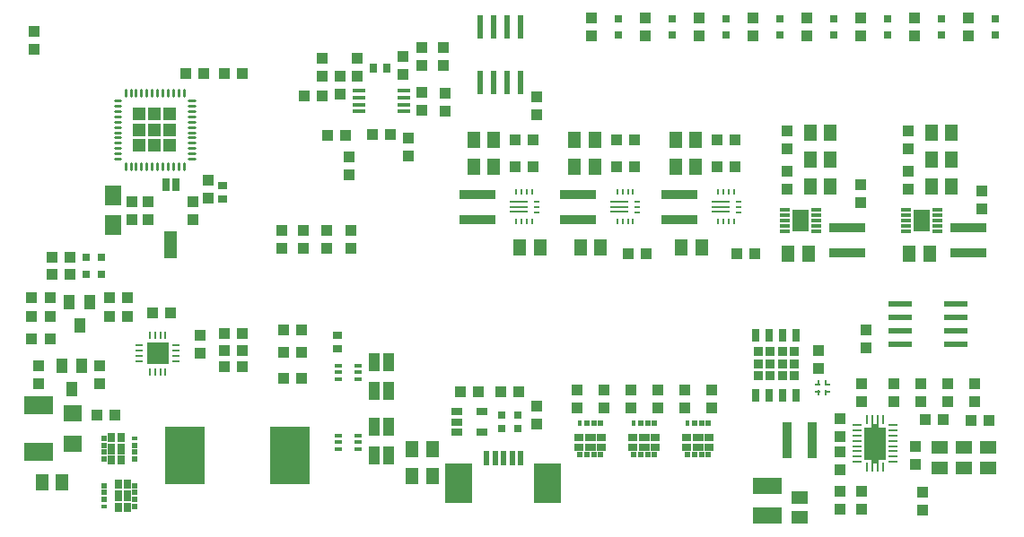
<source format=gtp>
G75*
%MOIN*%
%OFA0B0*%
%FSLAX25Y25*%
%IPPOS*%
%LPD*%
%AMOC8*
5,1,8,0,0,1.08239X$1,22.5*
%
%ADD10R,0.02362X0.08661*%
%ADD11R,0.01100X0.03100*%
%ADD12R,0.03100X0.01100*%
%ADD13R,0.08400X0.08400*%
%ADD14R,0.05118X0.05906*%
%ADD15R,0.04331X0.03937*%
%ADD16R,0.06299X0.08465*%
%ADD17C,0.00011*%
%ADD18R,0.13200X0.03800*%
%ADD19R,0.03937X0.04331*%
%ADD20R,0.03150X0.03150*%
%ADD21R,0.04724X0.01181*%
%ADD22R,0.02953X0.01181*%
%ADD23R,0.04330X0.06800*%
%ADD24R,0.05906X0.07677*%
%ADD25R,0.03543X0.02756*%
%ADD26R,0.02500X0.05000*%
%ADD27R,0.05000X0.10000*%
%ADD28R,0.01102X0.03346*%
%ADD29R,0.03346X0.01102*%
%ADD30R,0.08071X0.12008*%
%ADD31R,0.00906X0.04528*%
%ADD32R,0.03071X0.15157*%
%ADD33R,0.05906X0.05118*%
%ADD34R,0.03800X0.13200*%
%ADD35R,0.15157X0.21654*%
%ADD36R,0.02200X0.02000*%
%ADD37R,0.02200X0.01800*%
%ADD38R,0.03000X0.03500*%
%ADD39R,0.03000X0.04000*%
%ADD40R,0.10630X0.06299*%
%ADD41R,0.03937X0.05512*%
%ADD42R,0.07098X0.06299*%
%ADD43R,0.02000X0.02200*%
%ADD44R,0.01800X0.02200*%
%ADD45R,0.03500X0.03000*%
%ADD46R,0.04000X0.03000*%
%ADD47R,0.02953X0.05118*%
%ADD48R,0.03500X0.03500*%
%ADD49C,0.01102*%
%ADD50R,0.04528X0.04528*%
%ADD51R,0.10630X0.07087*%
%ADD52R,0.02756X0.03543*%
%ADD53R,0.00906X0.01929*%
%ADD54R,0.01929X0.00906*%
%ADD55R,0.07000X0.00900*%
%ADD56R,0.00900X0.02400*%
%ADD57R,0.02400X0.00900*%
%ADD58R,0.08661X0.02362*%
%ADD59R,0.03937X0.02756*%
%ADD60R,0.09843X0.14961*%
%ADD61R,0.01969X0.05512*%
D10*
X0195981Y0194669D03*
X0200981Y0194669D03*
X0205981Y0194669D03*
X0210981Y0194669D03*
X0210981Y0215141D03*
X0205981Y0215141D03*
X0200981Y0215141D03*
X0195981Y0215141D03*
D11*
X0079111Y0100650D03*
X0077142Y0100650D03*
X0075174Y0100650D03*
X0073205Y0100650D03*
X0073205Y0086871D03*
X0075174Y0086871D03*
X0077142Y0086871D03*
X0079111Y0086871D03*
D12*
X0083048Y0090807D03*
X0083048Y0092776D03*
X0083048Y0094745D03*
X0083048Y0096714D03*
X0069268Y0096714D03*
X0069268Y0094745D03*
X0069268Y0092776D03*
X0069268Y0090807D03*
D13*
X0076158Y0093760D03*
D14*
X0040725Y0045808D03*
X0033245Y0045808D03*
X0170745Y0048308D03*
X0178225Y0048308D03*
X0178225Y0058308D03*
X0170745Y0058308D03*
X0210745Y0133308D03*
X0218225Y0133308D03*
X0233245Y0133308D03*
X0240725Y0133308D03*
X0270745Y0133308D03*
X0278225Y0133308D03*
X0310430Y0130808D03*
X0317910Y0130808D03*
X0355430Y0130808D03*
X0362910Y0130808D03*
X0363560Y0155808D03*
X0371040Y0155808D03*
X0371040Y0165808D03*
X0363560Y0165808D03*
X0363560Y0175808D03*
X0371040Y0175808D03*
X0326040Y0175808D03*
X0318560Y0175808D03*
X0318560Y0165808D03*
X0326040Y0165808D03*
X0326040Y0155808D03*
X0318560Y0155808D03*
X0276040Y0163308D03*
X0268560Y0163308D03*
X0268560Y0173308D03*
X0276040Y0173308D03*
X0238540Y0173308D03*
X0231060Y0173308D03*
X0231060Y0163308D03*
X0238540Y0163308D03*
X0201040Y0163308D03*
X0193560Y0163308D03*
X0193560Y0173308D03*
X0201040Y0173308D03*
D15*
X0216985Y0182461D03*
X0216985Y0189154D03*
X0182965Y0190571D03*
X0174422Y0190965D03*
X0174422Y0184272D03*
X0182965Y0183878D03*
X0169422Y0173839D03*
X0169422Y0167146D03*
X0147364Y0166949D03*
X0147364Y0160256D03*
X0147969Y0139390D03*
X0147969Y0132697D03*
X0122378Y0132697D03*
X0122378Y0139390D03*
X0080882Y0108839D03*
X0074189Y0108839D03*
X0036131Y0099108D03*
X0029438Y0099108D03*
X0053638Y0070808D03*
X0060331Y0070808D03*
X0123038Y0084608D03*
X0129731Y0084608D03*
X0216985Y0074154D03*
X0216985Y0067461D03*
X0231847Y0073638D03*
X0231847Y0080331D03*
X0241847Y0080331D03*
X0251847Y0080331D03*
X0261847Y0080331D03*
X0261847Y0073638D03*
X0251847Y0073638D03*
X0241847Y0073638D03*
X0271847Y0073638D03*
X0281847Y0073638D03*
X0281847Y0080331D03*
X0271847Y0080331D03*
X0321555Y0088235D03*
X0321555Y0094928D03*
X0339200Y0095861D03*
X0339200Y0102554D03*
X0349655Y0082428D03*
X0349655Y0075735D03*
X0329655Y0069475D03*
X0329655Y0062782D03*
X0360255Y0042228D03*
X0360255Y0035535D03*
X0379655Y0075735D03*
X0379655Y0082428D03*
X0382300Y0147461D03*
X0382300Y0154154D03*
X0354800Y0169961D03*
X0354800Y0176654D03*
X0337300Y0156654D03*
X0337300Y0149961D03*
X0309800Y0169961D03*
X0309800Y0176654D03*
X0317300Y0211861D03*
X0317300Y0218554D03*
X0337300Y0218554D03*
X0337300Y0211861D03*
X0357300Y0211861D03*
X0357300Y0218554D03*
X0377300Y0218554D03*
X0377300Y0211861D03*
X0297300Y0211861D03*
X0297300Y0218554D03*
X0277300Y0218554D03*
X0277300Y0211861D03*
X0257300Y0211861D03*
X0257300Y0218554D03*
X0237300Y0218554D03*
X0237300Y0211861D03*
X0174422Y0207465D03*
X0174422Y0200772D03*
X0150422Y0203393D03*
X0150422Y0196700D03*
X0143822Y0196765D03*
X0143822Y0190072D03*
X0030371Y0206850D03*
X0030371Y0213543D03*
D16*
X0314800Y0143308D03*
X0359800Y0143308D03*
D17*
X0355661Y0143854D02*
X0352423Y0143854D01*
X0355661Y0143854D02*
X0355661Y0142762D01*
X0352423Y0142762D01*
X0352423Y0143854D01*
X0352423Y0142772D02*
X0355661Y0142772D01*
X0355661Y0142782D02*
X0352423Y0142782D01*
X0352423Y0142792D02*
X0355661Y0142792D01*
X0355661Y0142802D02*
X0352423Y0142802D01*
X0352423Y0142812D02*
X0355661Y0142812D01*
X0355661Y0142822D02*
X0352423Y0142822D01*
X0352423Y0142832D02*
X0355661Y0142832D01*
X0355661Y0142842D02*
X0352423Y0142842D01*
X0352423Y0142852D02*
X0355661Y0142852D01*
X0355661Y0142862D02*
X0352423Y0142862D01*
X0352423Y0142872D02*
X0355661Y0142872D01*
X0355661Y0142882D02*
X0352423Y0142882D01*
X0352423Y0142892D02*
X0355661Y0142892D01*
X0355661Y0142902D02*
X0352423Y0142902D01*
X0352423Y0142912D02*
X0355661Y0142912D01*
X0355661Y0142922D02*
X0352423Y0142922D01*
X0352423Y0142932D02*
X0355661Y0142932D01*
X0355661Y0142942D02*
X0352423Y0142942D01*
X0352423Y0142952D02*
X0355661Y0142952D01*
X0355661Y0142962D02*
X0352423Y0142962D01*
X0352423Y0142972D02*
X0355661Y0142972D01*
X0355661Y0142982D02*
X0352423Y0142982D01*
X0352423Y0142992D02*
X0355661Y0142992D01*
X0355661Y0143002D02*
X0352423Y0143002D01*
X0352423Y0143012D02*
X0355661Y0143012D01*
X0355661Y0143022D02*
X0352423Y0143022D01*
X0352423Y0143032D02*
X0355661Y0143032D01*
X0355661Y0143042D02*
X0352423Y0143042D01*
X0352423Y0143052D02*
X0355661Y0143052D01*
X0355661Y0143062D02*
X0352423Y0143062D01*
X0352423Y0143072D02*
X0355661Y0143072D01*
X0355661Y0143082D02*
X0352423Y0143082D01*
X0352423Y0143092D02*
X0355661Y0143092D01*
X0355661Y0143102D02*
X0352423Y0143102D01*
X0352423Y0143112D02*
X0355661Y0143112D01*
X0355661Y0143122D02*
X0352423Y0143122D01*
X0352423Y0143132D02*
X0355661Y0143132D01*
X0355661Y0143142D02*
X0352423Y0143142D01*
X0352423Y0143152D02*
X0355661Y0143152D01*
X0355661Y0143162D02*
X0352423Y0143162D01*
X0352423Y0143172D02*
X0355661Y0143172D01*
X0355661Y0143182D02*
X0352423Y0143182D01*
X0352423Y0143192D02*
X0355661Y0143192D01*
X0355661Y0143202D02*
X0352423Y0143202D01*
X0352423Y0143212D02*
X0355661Y0143212D01*
X0355661Y0143222D02*
X0352423Y0143222D01*
X0352423Y0143232D02*
X0355661Y0143232D01*
X0355661Y0143242D02*
X0352423Y0143242D01*
X0352423Y0143252D02*
X0355661Y0143252D01*
X0355661Y0143262D02*
X0352423Y0143262D01*
X0352423Y0143272D02*
X0355661Y0143272D01*
X0355661Y0143282D02*
X0352423Y0143282D01*
X0352423Y0143292D02*
X0355661Y0143292D01*
X0355661Y0143302D02*
X0352423Y0143302D01*
X0352423Y0143312D02*
X0355661Y0143312D01*
X0355661Y0143322D02*
X0352423Y0143322D01*
X0352423Y0143332D02*
X0355661Y0143332D01*
X0355661Y0143342D02*
X0352423Y0143342D01*
X0352423Y0143352D02*
X0355661Y0143352D01*
X0355661Y0143362D02*
X0352423Y0143362D01*
X0352423Y0143372D02*
X0355661Y0143372D01*
X0355661Y0143382D02*
X0352423Y0143382D01*
X0352423Y0143392D02*
X0355661Y0143392D01*
X0355661Y0143402D02*
X0352423Y0143402D01*
X0352423Y0143412D02*
X0355661Y0143412D01*
X0355661Y0143422D02*
X0352423Y0143422D01*
X0352423Y0143432D02*
X0355661Y0143432D01*
X0355661Y0143442D02*
X0352423Y0143442D01*
X0352423Y0143452D02*
X0355661Y0143452D01*
X0355661Y0143462D02*
X0352423Y0143462D01*
X0352423Y0143472D02*
X0355661Y0143472D01*
X0355661Y0143482D02*
X0352423Y0143482D01*
X0352423Y0143492D02*
X0355661Y0143492D01*
X0355661Y0143502D02*
X0352423Y0143502D01*
X0352423Y0143512D02*
X0355661Y0143512D01*
X0355661Y0143522D02*
X0352423Y0143522D01*
X0352423Y0143532D02*
X0355661Y0143532D01*
X0355661Y0143542D02*
X0352423Y0143542D01*
X0352423Y0143552D02*
X0355661Y0143552D01*
X0355661Y0143562D02*
X0352423Y0143562D01*
X0352423Y0143572D02*
X0355661Y0143572D01*
X0355661Y0143582D02*
X0352423Y0143582D01*
X0352423Y0143592D02*
X0355661Y0143592D01*
X0355661Y0143602D02*
X0352423Y0143602D01*
X0352423Y0143612D02*
X0355661Y0143612D01*
X0355661Y0143622D02*
X0352423Y0143622D01*
X0352423Y0143632D02*
X0355661Y0143632D01*
X0355661Y0143642D02*
X0352423Y0143642D01*
X0352423Y0143652D02*
X0355661Y0143652D01*
X0355661Y0143662D02*
X0352423Y0143662D01*
X0352423Y0143672D02*
X0355661Y0143672D01*
X0355661Y0143682D02*
X0352423Y0143682D01*
X0352423Y0143692D02*
X0355661Y0143692D01*
X0355661Y0143702D02*
X0352423Y0143702D01*
X0352423Y0143712D02*
X0355661Y0143712D01*
X0355661Y0143722D02*
X0352423Y0143722D01*
X0352423Y0143732D02*
X0355661Y0143732D01*
X0355661Y0143742D02*
X0352423Y0143742D01*
X0352423Y0143752D02*
X0355661Y0143752D01*
X0355661Y0143762D02*
X0352423Y0143762D01*
X0352423Y0143772D02*
X0355661Y0143772D01*
X0355661Y0143782D02*
X0352423Y0143782D01*
X0352423Y0143792D02*
X0355661Y0143792D01*
X0355661Y0143802D02*
X0352423Y0143802D01*
X0352423Y0143812D02*
X0355661Y0143812D01*
X0355661Y0143822D02*
X0352423Y0143822D01*
X0352423Y0143832D02*
X0355661Y0143832D01*
X0355661Y0143842D02*
X0352423Y0143842D01*
X0352423Y0143852D02*
X0355661Y0143852D01*
X0355661Y0145822D02*
X0352423Y0145822D01*
X0355661Y0145822D02*
X0355661Y0144730D01*
X0352423Y0144730D01*
X0352423Y0145822D01*
X0352423Y0144740D02*
X0355661Y0144740D01*
X0355661Y0144750D02*
X0352423Y0144750D01*
X0352423Y0144760D02*
X0355661Y0144760D01*
X0355661Y0144770D02*
X0352423Y0144770D01*
X0352423Y0144780D02*
X0355661Y0144780D01*
X0355661Y0144790D02*
X0352423Y0144790D01*
X0352423Y0144800D02*
X0355661Y0144800D01*
X0355661Y0144810D02*
X0352423Y0144810D01*
X0352423Y0144820D02*
X0355661Y0144820D01*
X0355661Y0144830D02*
X0352423Y0144830D01*
X0352423Y0144840D02*
X0355661Y0144840D01*
X0355661Y0144850D02*
X0352423Y0144850D01*
X0352423Y0144860D02*
X0355661Y0144860D01*
X0355661Y0144870D02*
X0352423Y0144870D01*
X0352423Y0144880D02*
X0355661Y0144880D01*
X0355661Y0144890D02*
X0352423Y0144890D01*
X0352423Y0144900D02*
X0355661Y0144900D01*
X0355661Y0144910D02*
X0352423Y0144910D01*
X0352423Y0144920D02*
X0355661Y0144920D01*
X0355661Y0144930D02*
X0352423Y0144930D01*
X0352423Y0144940D02*
X0355661Y0144940D01*
X0355661Y0144950D02*
X0352423Y0144950D01*
X0352423Y0144960D02*
X0355661Y0144960D01*
X0355661Y0144970D02*
X0352423Y0144970D01*
X0352423Y0144980D02*
X0355661Y0144980D01*
X0355661Y0144990D02*
X0352423Y0144990D01*
X0352423Y0145000D02*
X0355661Y0145000D01*
X0355661Y0145010D02*
X0352423Y0145010D01*
X0352423Y0145020D02*
X0355661Y0145020D01*
X0355661Y0145030D02*
X0352423Y0145030D01*
X0352423Y0145040D02*
X0355661Y0145040D01*
X0355661Y0145050D02*
X0352423Y0145050D01*
X0352423Y0145060D02*
X0355661Y0145060D01*
X0355661Y0145070D02*
X0352423Y0145070D01*
X0352423Y0145080D02*
X0355661Y0145080D01*
X0355661Y0145090D02*
X0352423Y0145090D01*
X0352423Y0145100D02*
X0355661Y0145100D01*
X0355661Y0145110D02*
X0352423Y0145110D01*
X0352423Y0145120D02*
X0355661Y0145120D01*
X0355661Y0145130D02*
X0352423Y0145130D01*
X0352423Y0145140D02*
X0355661Y0145140D01*
X0355661Y0145150D02*
X0352423Y0145150D01*
X0352423Y0145160D02*
X0355661Y0145160D01*
X0355661Y0145170D02*
X0352423Y0145170D01*
X0352423Y0145180D02*
X0355661Y0145180D01*
X0355661Y0145190D02*
X0352423Y0145190D01*
X0352423Y0145200D02*
X0355661Y0145200D01*
X0355661Y0145210D02*
X0352423Y0145210D01*
X0352423Y0145220D02*
X0355661Y0145220D01*
X0355661Y0145230D02*
X0352423Y0145230D01*
X0352423Y0145240D02*
X0355661Y0145240D01*
X0355661Y0145250D02*
X0352423Y0145250D01*
X0352423Y0145260D02*
X0355661Y0145260D01*
X0355661Y0145270D02*
X0352423Y0145270D01*
X0352423Y0145280D02*
X0355661Y0145280D01*
X0355661Y0145290D02*
X0352423Y0145290D01*
X0352423Y0145300D02*
X0355661Y0145300D01*
X0355661Y0145310D02*
X0352423Y0145310D01*
X0352423Y0145320D02*
X0355661Y0145320D01*
X0355661Y0145330D02*
X0352423Y0145330D01*
X0352423Y0145340D02*
X0355661Y0145340D01*
X0355661Y0145350D02*
X0352423Y0145350D01*
X0352423Y0145360D02*
X0355661Y0145360D01*
X0355661Y0145370D02*
X0352423Y0145370D01*
X0352423Y0145380D02*
X0355661Y0145380D01*
X0355661Y0145390D02*
X0352423Y0145390D01*
X0352423Y0145400D02*
X0355661Y0145400D01*
X0355661Y0145410D02*
X0352423Y0145410D01*
X0352423Y0145420D02*
X0355661Y0145420D01*
X0355661Y0145430D02*
X0352423Y0145430D01*
X0352423Y0145440D02*
X0355661Y0145440D01*
X0355661Y0145450D02*
X0352423Y0145450D01*
X0352423Y0145460D02*
X0355661Y0145460D01*
X0355661Y0145470D02*
X0352423Y0145470D01*
X0352423Y0145480D02*
X0355661Y0145480D01*
X0355661Y0145490D02*
X0352423Y0145490D01*
X0352423Y0145500D02*
X0355661Y0145500D01*
X0355661Y0145510D02*
X0352423Y0145510D01*
X0352423Y0145520D02*
X0355661Y0145520D01*
X0355661Y0145530D02*
X0352423Y0145530D01*
X0352423Y0145540D02*
X0355661Y0145540D01*
X0355661Y0145550D02*
X0352423Y0145550D01*
X0352423Y0145560D02*
X0355661Y0145560D01*
X0355661Y0145570D02*
X0352423Y0145570D01*
X0352423Y0145580D02*
X0355661Y0145580D01*
X0355661Y0145590D02*
X0352423Y0145590D01*
X0352423Y0145600D02*
X0355661Y0145600D01*
X0355661Y0145610D02*
X0352423Y0145610D01*
X0352423Y0145620D02*
X0355661Y0145620D01*
X0355661Y0145630D02*
X0352423Y0145630D01*
X0352423Y0145640D02*
X0355661Y0145640D01*
X0355661Y0145650D02*
X0352423Y0145650D01*
X0352423Y0145660D02*
X0355661Y0145660D01*
X0355661Y0145670D02*
X0352423Y0145670D01*
X0352423Y0145680D02*
X0355661Y0145680D01*
X0355661Y0145690D02*
X0352423Y0145690D01*
X0352423Y0145700D02*
X0355661Y0145700D01*
X0355661Y0145710D02*
X0352423Y0145710D01*
X0352423Y0145720D02*
X0355661Y0145720D01*
X0355661Y0145730D02*
X0352423Y0145730D01*
X0352423Y0145740D02*
X0355661Y0145740D01*
X0355661Y0145750D02*
X0352423Y0145750D01*
X0352423Y0145760D02*
X0355661Y0145760D01*
X0355661Y0145770D02*
X0352423Y0145770D01*
X0352423Y0145780D02*
X0355661Y0145780D01*
X0355661Y0145790D02*
X0352423Y0145790D01*
X0352423Y0145800D02*
X0355661Y0145800D01*
X0355661Y0145810D02*
X0352423Y0145810D01*
X0352423Y0145820D02*
X0355661Y0145820D01*
X0355661Y0147791D02*
X0352423Y0147791D01*
X0355661Y0147791D02*
X0355661Y0146699D01*
X0352423Y0146699D01*
X0352423Y0147791D01*
X0352423Y0146709D02*
X0355661Y0146709D01*
X0355661Y0146719D02*
X0352423Y0146719D01*
X0352423Y0146729D02*
X0355661Y0146729D01*
X0355661Y0146739D02*
X0352423Y0146739D01*
X0352423Y0146749D02*
X0355661Y0146749D01*
X0355661Y0146759D02*
X0352423Y0146759D01*
X0352423Y0146769D02*
X0355661Y0146769D01*
X0355661Y0146779D02*
X0352423Y0146779D01*
X0352423Y0146789D02*
X0355661Y0146789D01*
X0355661Y0146799D02*
X0352423Y0146799D01*
X0352423Y0146809D02*
X0355661Y0146809D01*
X0355661Y0146819D02*
X0352423Y0146819D01*
X0352423Y0146829D02*
X0355661Y0146829D01*
X0355661Y0146839D02*
X0352423Y0146839D01*
X0352423Y0146849D02*
X0355661Y0146849D01*
X0355661Y0146859D02*
X0352423Y0146859D01*
X0352423Y0146869D02*
X0355661Y0146869D01*
X0355661Y0146879D02*
X0352423Y0146879D01*
X0352423Y0146889D02*
X0355661Y0146889D01*
X0355661Y0146899D02*
X0352423Y0146899D01*
X0352423Y0146909D02*
X0355661Y0146909D01*
X0355661Y0146919D02*
X0352423Y0146919D01*
X0352423Y0146929D02*
X0355661Y0146929D01*
X0355661Y0146939D02*
X0352423Y0146939D01*
X0352423Y0146949D02*
X0355661Y0146949D01*
X0355661Y0146959D02*
X0352423Y0146959D01*
X0352423Y0146969D02*
X0355661Y0146969D01*
X0355661Y0146979D02*
X0352423Y0146979D01*
X0352423Y0146989D02*
X0355661Y0146989D01*
X0355661Y0146999D02*
X0352423Y0146999D01*
X0352423Y0147009D02*
X0355661Y0147009D01*
X0355661Y0147019D02*
X0352423Y0147019D01*
X0352423Y0147029D02*
X0355661Y0147029D01*
X0355661Y0147039D02*
X0352423Y0147039D01*
X0352423Y0147049D02*
X0355661Y0147049D01*
X0355661Y0147059D02*
X0352423Y0147059D01*
X0352423Y0147069D02*
X0355661Y0147069D01*
X0355661Y0147079D02*
X0352423Y0147079D01*
X0352423Y0147089D02*
X0355661Y0147089D01*
X0355661Y0147099D02*
X0352423Y0147099D01*
X0352423Y0147109D02*
X0355661Y0147109D01*
X0355661Y0147119D02*
X0352423Y0147119D01*
X0352423Y0147129D02*
X0355661Y0147129D01*
X0355661Y0147139D02*
X0352423Y0147139D01*
X0352423Y0147149D02*
X0355661Y0147149D01*
X0355661Y0147159D02*
X0352423Y0147159D01*
X0352423Y0147169D02*
X0355661Y0147169D01*
X0355661Y0147179D02*
X0352423Y0147179D01*
X0352423Y0147189D02*
X0355661Y0147189D01*
X0355661Y0147199D02*
X0352423Y0147199D01*
X0352423Y0147209D02*
X0355661Y0147209D01*
X0355661Y0147219D02*
X0352423Y0147219D01*
X0352423Y0147229D02*
X0355661Y0147229D01*
X0355661Y0147239D02*
X0352423Y0147239D01*
X0352423Y0147249D02*
X0355661Y0147249D01*
X0355661Y0147259D02*
X0352423Y0147259D01*
X0352423Y0147269D02*
X0355661Y0147269D01*
X0355661Y0147279D02*
X0352423Y0147279D01*
X0352423Y0147289D02*
X0355661Y0147289D01*
X0355661Y0147299D02*
X0352423Y0147299D01*
X0352423Y0147309D02*
X0355661Y0147309D01*
X0355661Y0147319D02*
X0352423Y0147319D01*
X0352423Y0147329D02*
X0355661Y0147329D01*
X0355661Y0147339D02*
X0352423Y0147339D01*
X0352423Y0147349D02*
X0355661Y0147349D01*
X0355661Y0147359D02*
X0352423Y0147359D01*
X0352423Y0147369D02*
X0355661Y0147369D01*
X0355661Y0147379D02*
X0352423Y0147379D01*
X0352423Y0147389D02*
X0355661Y0147389D01*
X0355661Y0147399D02*
X0352423Y0147399D01*
X0352423Y0147409D02*
X0355661Y0147409D01*
X0355661Y0147419D02*
X0352423Y0147419D01*
X0352423Y0147429D02*
X0355661Y0147429D01*
X0355661Y0147439D02*
X0352423Y0147439D01*
X0352423Y0147449D02*
X0355661Y0147449D01*
X0355661Y0147459D02*
X0352423Y0147459D01*
X0352423Y0147469D02*
X0355661Y0147469D01*
X0355661Y0147479D02*
X0352423Y0147479D01*
X0352423Y0147489D02*
X0355661Y0147489D01*
X0355661Y0147499D02*
X0352423Y0147499D01*
X0352423Y0147509D02*
X0355661Y0147509D01*
X0355661Y0147519D02*
X0352423Y0147519D01*
X0352423Y0147529D02*
X0355661Y0147529D01*
X0355661Y0147539D02*
X0352423Y0147539D01*
X0352423Y0147549D02*
X0355661Y0147549D01*
X0355661Y0147559D02*
X0352423Y0147559D01*
X0352423Y0147569D02*
X0355661Y0147569D01*
X0355661Y0147579D02*
X0352423Y0147579D01*
X0352423Y0147589D02*
X0355661Y0147589D01*
X0355661Y0147599D02*
X0352423Y0147599D01*
X0352423Y0147609D02*
X0355661Y0147609D01*
X0355661Y0147619D02*
X0352423Y0147619D01*
X0352423Y0147629D02*
X0355661Y0147629D01*
X0355661Y0147639D02*
X0352423Y0147639D01*
X0352423Y0147649D02*
X0355661Y0147649D01*
X0355661Y0147659D02*
X0352423Y0147659D01*
X0352423Y0147669D02*
X0355661Y0147669D01*
X0355661Y0147679D02*
X0352423Y0147679D01*
X0352423Y0147689D02*
X0355661Y0147689D01*
X0355661Y0147699D02*
X0352423Y0147699D01*
X0352423Y0147709D02*
X0355661Y0147709D01*
X0355661Y0147719D02*
X0352423Y0147719D01*
X0352423Y0147729D02*
X0355661Y0147729D01*
X0355661Y0147739D02*
X0352423Y0147739D01*
X0352423Y0147749D02*
X0355661Y0147749D01*
X0355661Y0147759D02*
X0352423Y0147759D01*
X0352423Y0147769D02*
X0355661Y0147769D01*
X0355661Y0147779D02*
X0352423Y0147779D01*
X0352423Y0147789D02*
X0355661Y0147789D01*
X0355661Y0141885D02*
X0352423Y0141885D01*
X0355661Y0141885D02*
X0355661Y0140793D01*
X0352423Y0140793D01*
X0352423Y0141885D01*
X0352423Y0140803D02*
X0355661Y0140803D01*
X0355661Y0140813D02*
X0352423Y0140813D01*
X0352423Y0140823D02*
X0355661Y0140823D01*
X0355661Y0140833D02*
X0352423Y0140833D01*
X0352423Y0140843D02*
X0355661Y0140843D01*
X0355661Y0140853D02*
X0352423Y0140853D01*
X0352423Y0140863D02*
X0355661Y0140863D01*
X0355661Y0140873D02*
X0352423Y0140873D01*
X0352423Y0140883D02*
X0355661Y0140883D01*
X0355661Y0140893D02*
X0352423Y0140893D01*
X0352423Y0140903D02*
X0355661Y0140903D01*
X0355661Y0140913D02*
X0352423Y0140913D01*
X0352423Y0140923D02*
X0355661Y0140923D01*
X0355661Y0140933D02*
X0352423Y0140933D01*
X0352423Y0140943D02*
X0355661Y0140943D01*
X0355661Y0140953D02*
X0352423Y0140953D01*
X0352423Y0140963D02*
X0355661Y0140963D01*
X0355661Y0140973D02*
X0352423Y0140973D01*
X0352423Y0140983D02*
X0355661Y0140983D01*
X0355661Y0140993D02*
X0352423Y0140993D01*
X0352423Y0141003D02*
X0355661Y0141003D01*
X0355661Y0141013D02*
X0352423Y0141013D01*
X0352423Y0141023D02*
X0355661Y0141023D01*
X0355661Y0141033D02*
X0352423Y0141033D01*
X0352423Y0141043D02*
X0355661Y0141043D01*
X0355661Y0141053D02*
X0352423Y0141053D01*
X0352423Y0141063D02*
X0355661Y0141063D01*
X0355661Y0141073D02*
X0352423Y0141073D01*
X0352423Y0141083D02*
X0355661Y0141083D01*
X0355661Y0141093D02*
X0352423Y0141093D01*
X0352423Y0141103D02*
X0355661Y0141103D01*
X0355661Y0141113D02*
X0352423Y0141113D01*
X0352423Y0141123D02*
X0355661Y0141123D01*
X0355661Y0141133D02*
X0352423Y0141133D01*
X0352423Y0141143D02*
X0355661Y0141143D01*
X0355661Y0141153D02*
X0352423Y0141153D01*
X0352423Y0141163D02*
X0355661Y0141163D01*
X0355661Y0141173D02*
X0352423Y0141173D01*
X0352423Y0141183D02*
X0355661Y0141183D01*
X0355661Y0141193D02*
X0352423Y0141193D01*
X0352423Y0141203D02*
X0355661Y0141203D01*
X0355661Y0141213D02*
X0352423Y0141213D01*
X0352423Y0141223D02*
X0355661Y0141223D01*
X0355661Y0141233D02*
X0352423Y0141233D01*
X0352423Y0141243D02*
X0355661Y0141243D01*
X0355661Y0141253D02*
X0352423Y0141253D01*
X0352423Y0141263D02*
X0355661Y0141263D01*
X0355661Y0141273D02*
X0352423Y0141273D01*
X0352423Y0141283D02*
X0355661Y0141283D01*
X0355661Y0141293D02*
X0352423Y0141293D01*
X0352423Y0141303D02*
X0355661Y0141303D01*
X0355661Y0141313D02*
X0352423Y0141313D01*
X0352423Y0141323D02*
X0355661Y0141323D01*
X0355661Y0141333D02*
X0352423Y0141333D01*
X0352423Y0141343D02*
X0355661Y0141343D01*
X0355661Y0141353D02*
X0352423Y0141353D01*
X0352423Y0141363D02*
X0355661Y0141363D01*
X0355661Y0141373D02*
X0352423Y0141373D01*
X0352423Y0141383D02*
X0355661Y0141383D01*
X0355661Y0141393D02*
X0352423Y0141393D01*
X0352423Y0141403D02*
X0355661Y0141403D01*
X0355661Y0141413D02*
X0352423Y0141413D01*
X0352423Y0141423D02*
X0355661Y0141423D01*
X0355661Y0141433D02*
X0352423Y0141433D01*
X0352423Y0141443D02*
X0355661Y0141443D01*
X0355661Y0141453D02*
X0352423Y0141453D01*
X0352423Y0141463D02*
X0355661Y0141463D01*
X0355661Y0141473D02*
X0352423Y0141473D01*
X0352423Y0141483D02*
X0355661Y0141483D01*
X0355661Y0141493D02*
X0352423Y0141493D01*
X0352423Y0141503D02*
X0355661Y0141503D01*
X0355661Y0141513D02*
X0352423Y0141513D01*
X0352423Y0141523D02*
X0355661Y0141523D01*
X0355661Y0141533D02*
X0352423Y0141533D01*
X0352423Y0141543D02*
X0355661Y0141543D01*
X0355661Y0141553D02*
X0352423Y0141553D01*
X0352423Y0141563D02*
X0355661Y0141563D01*
X0355661Y0141573D02*
X0352423Y0141573D01*
X0352423Y0141583D02*
X0355661Y0141583D01*
X0355661Y0141593D02*
X0352423Y0141593D01*
X0352423Y0141603D02*
X0355661Y0141603D01*
X0355661Y0141613D02*
X0352423Y0141613D01*
X0352423Y0141623D02*
X0355661Y0141623D01*
X0355661Y0141633D02*
X0352423Y0141633D01*
X0352423Y0141643D02*
X0355661Y0141643D01*
X0355661Y0141653D02*
X0352423Y0141653D01*
X0352423Y0141663D02*
X0355661Y0141663D01*
X0355661Y0141673D02*
X0352423Y0141673D01*
X0352423Y0141683D02*
X0355661Y0141683D01*
X0355661Y0141693D02*
X0352423Y0141693D01*
X0352423Y0141703D02*
X0355661Y0141703D01*
X0355661Y0141713D02*
X0352423Y0141713D01*
X0352423Y0141723D02*
X0355661Y0141723D01*
X0355661Y0141733D02*
X0352423Y0141733D01*
X0352423Y0141743D02*
X0355661Y0141743D01*
X0355661Y0141753D02*
X0352423Y0141753D01*
X0352423Y0141763D02*
X0355661Y0141763D01*
X0355661Y0141773D02*
X0352423Y0141773D01*
X0352423Y0141783D02*
X0355661Y0141783D01*
X0355661Y0141793D02*
X0352423Y0141793D01*
X0352423Y0141803D02*
X0355661Y0141803D01*
X0355661Y0141813D02*
X0352423Y0141813D01*
X0352423Y0141823D02*
X0355661Y0141823D01*
X0355661Y0141833D02*
X0352423Y0141833D01*
X0352423Y0141843D02*
X0355661Y0141843D01*
X0355661Y0141853D02*
X0352423Y0141853D01*
X0352423Y0141863D02*
X0355661Y0141863D01*
X0355661Y0141873D02*
X0352423Y0141873D01*
X0352423Y0141883D02*
X0355661Y0141883D01*
X0355661Y0139917D02*
X0352423Y0139917D01*
X0355661Y0139917D02*
X0355661Y0138825D01*
X0352423Y0138825D01*
X0352423Y0139917D01*
X0352423Y0138835D02*
X0355661Y0138835D01*
X0355661Y0138845D02*
X0352423Y0138845D01*
X0352423Y0138855D02*
X0355661Y0138855D01*
X0355661Y0138865D02*
X0352423Y0138865D01*
X0352423Y0138875D02*
X0355661Y0138875D01*
X0355661Y0138885D02*
X0352423Y0138885D01*
X0352423Y0138895D02*
X0355661Y0138895D01*
X0355661Y0138905D02*
X0352423Y0138905D01*
X0352423Y0138915D02*
X0355661Y0138915D01*
X0355661Y0138925D02*
X0352423Y0138925D01*
X0352423Y0138935D02*
X0355661Y0138935D01*
X0355661Y0138945D02*
X0352423Y0138945D01*
X0352423Y0138955D02*
X0355661Y0138955D01*
X0355661Y0138965D02*
X0352423Y0138965D01*
X0352423Y0138975D02*
X0355661Y0138975D01*
X0355661Y0138985D02*
X0352423Y0138985D01*
X0352423Y0138995D02*
X0355661Y0138995D01*
X0355661Y0139005D02*
X0352423Y0139005D01*
X0352423Y0139015D02*
X0355661Y0139015D01*
X0355661Y0139025D02*
X0352423Y0139025D01*
X0352423Y0139035D02*
X0355661Y0139035D01*
X0355661Y0139045D02*
X0352423Y0139045D01*
X0352423Y0139055D02*
X0355661Y0139055D01*
X0355661Y0139065D02*
X0352423Y0139065D01*
X0352423Y0139075D02*
X0355661Y0139075D01*
X0355661Y0139085D02*
X0352423Y0139085D01*
X0352423Y0139095D02*
X0355661Y0139095D01*
X0355661Y0139105D02*
X0352423Y0139105D01*
X0352423Y0139115D02*
X0355661Y0139115D01*
X0355661Y0139125D02*
X0352423Y0139125D01*
X0352423Y0139135D02*
X0355661Y0139135D01*
X0355661Y0139145D02*
X0352423Y0139145D01*
X0352423Y0139155D02*
X0355661Y0139155D01*
X0355661Y0139165D02*
X0352423Y0139165D01*
X0352423Y0139175D02*
X0355661Y0139175D01*
X0355661Y0139185D02*
X0352423Y0139185D01*
X0352423Y0139195D02*
X0355661Y0139195D01*
X0355661Y0139205D02*
X0352423Y0139205D01*
X0352423Y0139215D02*
X0355661Y0139215D01*
X0355661Y0139225D02*
X0352423Y0139225D01*
X0352423Y0139235D02*
X0355661Y0139235D01*
X0355661Y0139245D02*
X0352423Y0139245D01*
X0352423Y0139255D02*
X0355661Y0139255D01*
X0355661Y0139265D02*
X0352423Y0139265D01*
X0352423Y0139275D02*
X0355661Y0139275D01*
X0355661Y0139285D02*
X0352423Y0139285D01*
X0352423Y0139295D02*
X0355661Y0139295D01*
X0355661Y0139305D02*
X0352423Y0139305D01*
X0352423Y0139315D02*
X0355661Y0139315D01*
X0355661Y0139325D02*
X0352423Y0139325D01*
X0352423Y0139335D02*
X0355661Y0139335D01*
X0355661Y0139345D02*
X0352423Y0139345D01*
X0352423Y0139355D02*
X0355661Y0139355D01*
X0355661Y0139365D02*
X0352423Y0139365D01*
X0352423Y0139375D02*
X0355661Y0139375D01*
X0355661Y0139385D02*
X0352423Y0139385D01*
X0352423Y0139395D02*
X0355661Y0139395D01*
X0355661Y0139405D02*
X0352423Y0139405D01*
X0352423Y0139415D02*
X0355661Y0139415D01*
X0355661Y0139425D02*
X0352423Y0139425D01*
X0352423Y0139435D02*
X0355661Y0139435D01*
X0355661Y0139445D02*
X0352423Y0139445D01*
X0352423Y0139455D02*
X0355661Y0139455D01*
X0355661Y0139465D02*
X0352423Y0139465D01*
X0352423Y0139475D02*
X0355661Y0139475D01*
X0355661Y0139485D02*
X0352423Y0139485D01*
X0352423Y0139495D02*
X0355661Y0139495D01*
X0355661Y0139505D02*
X0352423Y0139505D01*
X0352423Y0139515D02*
X0355661Y0139515D01*
X0355661Y0139525D02*
X0352423Y0139525D01*
X0352423Y0139535D02*
X0355661Y0139535D01*
X0355661Y0139545D02*
X0352423Y0139545D01*
X0352423Y0139555D02*
X0355661Y0139555D01*
X0355661Y0139565D02*
X0352423Y0139565D01*
X0352423Y0139575D02*
X0355661Y0139575D01*
X0355661Y0139585D02*
X0352423Y0139585D01*
X0352423Y0139595D02*
X0355661Y0139595D01*
X0355661Y0139605D02*
X0352423Y0139605D01*
X0352423Y0139615D02*
X0355661Y0139615D01*
X0355661Y0139625D02*
X0352423Y0139625D01*
X0352423Y0139635D02*
X0355661Y0139635D01*
X0355661Y0139645D02*
X0352423Y0139645D01*
X0352423Y0139655D02*
X0355661Y0139655D01*
X0355661Y0139665D02*
X0352423Y0139665D01*
X0352423Y0139675D02*
X0355661Y0139675D01*
X0355661Y0139685D02*
X0352423Y0139685D01*
X0352423Y0139695D02*
X0355661Y0139695D01*
X0355661Y0139705D02*
X0352423Y0139705D01*
X0352423Y0139715D02*
X0355661Y0139715D01*
X0355661Y0139725D02*
X0352423Y0139725D01*
X0352423Y0139735D02*
X0355661Y0139735D01*
X0355661Y0139745D02*
X0352423Y0139745D01*
X0352423Y0139755D02*
X0355661Y0139755D01*
X0355661Y0139765D02*
X0352423Y0139765D01*
X0352423Y0139775D02*
X0355661Y0139775D01*
X0355661Y0139785D02*
X0352423Y0139785D01*
X0352423Y0139795D02*
X0355661Y0139795D01*
X0355661Y0139805D02*
X0352423Y0139805D01*
X0352423Y0139815D02*
X0355661Y0139815D01*
X0355661Y0139825D02*
X0352423Y0139825D01*
X0352423Y0139835D02*
X0355661Y0139835D01*
X0355661Y0139845D02*
X0352423Y0139845D01*
X0352423Y0139855D02*
X0355661Y0139855D01*
X0355661Y0139865D02*
X0352423Y0139865D01*
X0352423Y0139875D02*
X0355661Y0139875D01*
X0355661Y0139885D02*
X0352423Y0139885D01*
X0352423Y0139895D02*
X0355661Y0139895D01*
X0355661Y0139905D02*
X0352423Y0139905D01*
X0352423Y0139915D02*
X0355661Y0139915D01*
X0363939Y0139917D02*
X0367177Y0139917D01*
X0367177Y0138825D01*
X0363939Y0138825D01*
X0363939Y0139917D01*
X0363939Y0138835D02*
X0367177Y0138835D01*
X0367177Y0138845D02*
X0363939Y0138845D01*
X0363939Y0138855D02*
X0367177Y0138855D01*
X0367177Y0138865D02*
X0363939Y0138865D01*
X0363939Y0138875D02*
X0367177Y0138875D01*
X0367177Y0138885D02*
X0363939Y0138885D01*
X0363939Y0138895D02*
X0367177Y0138895D01*
X0367177Y0138905D02*
X0363939Y0138905D01*
X0363939Y0138915D02*
X0367177Y0138915D01*
X0367177Y0138925D02*
X0363939Y0138925D01*
X0363939Y0138935D02*
X0367177Y0138935D01*
X0367177Y0138945D02*
X0363939Y0138945D01*
X0363939Y0138955D02*
X0367177Y0138955D01*
X0367177Y0138965D02*
X0363939Y0138965D01*
X0363939Y0138975D02*
X0367177Y0138975D01*
X0367177Y0138985D02*
X0363939Y0138985D01*
X0363939Y0138995D02*
X0367177Y0138995D01*
X0367177Y0139005D02*
X0363939Y0139005D01*
X0363939Y0139015D02*
X0367177Y0139015D01*
X0367177Y0139025D02*
X0363939Y0139025D01*
X0363939Y0139035D02*
X0367177Y0139035D01*
X0367177Y0139045D02*
X0363939Y0139045D01*
X0363939Y0139055D02*
X0367177Y0139055D01*
X0367177Y0139065D02*
X0363939Y0139065D01*
X0363939Y0139075D02*
X0367177Y0139075D01*
X0367177Y0139085D02*
X0363939Y0139085D01*
X0363939Y0139095D02*
X0367177Y0139095D01*
X0367177Y0139105D02*
X0363939Y0139105D01*
X0363939Y0139115D02*
X0367177Y0139115D01*
X0367177Y0139125D02*
X0363939Y0139125D01*
X0363939Y0139135D02*
X0367177Y0139135D01*
X0367177Y0139145D02*
X0363939Y0139145D01*
X0363939Y0139155D02*
X0367177Y0139155D01*
X0367177Y0139165D02*
X0363939Y0139165D01*
X0363939Y0139175D02*
X0367177Y0139175D01*
X0367177Y0139185D02*
X0363939Y0139185D01*
X0363939Y0139195D02*
X0367177Y0139195D01*
X0367177Y0139205D02*
X0363939Y0139205D01*
X0363939Y0139215D02*
X0367177Y0139215D01*
X0367177Y0139225D02*
X0363939Y0139225D01*
X0363939Y0139235D02*
X0367177Y0139235D01*
X0367177Y0139245D02*
X0363939Y0139245D01*
X0363939Y0139255D02*
X0367177Y0139255D01*
X0367177Y0139265D02*
X0363939Y0139265D01*
X0363939Y0139275D02*
X0367177Y0139275D01*
X0367177Y0139285D02*
X0363939Y0139285D01*
X0363939Y0139295D02*
X0367177Y0139295D01*
X0367177Y0139305D02*
X0363939Y0139305D01*
X0363939Y0139315D02*
X0367177Y0139315D01*
X0367177Y0139325D02*
X0363939Y0139325D01*
X0363939Y0139335D02*
X0367177Y0139335D01*
X0367177Y0139345D02*
X0363939Y0139345D01*
X0363939Y0139355D02*
X0367177Y0139355D01*
X0367177Y0139365D02*
X0363939Y0139365D01*
X0363939Y0139375D02*
X0367177Y0139375D01*
X0367177Y0139385D02*
X0363939Y0139385D01*
X0363939Y0139395D02*
X0367177Y0139395D01*
X0367177Y0139405D02*
X0363939Y0139405D01*
X0363939Y0139415D02*
X0367177Y0139415D01*
X0367177Y0139425D02*
X0363939Y0139425D01*
X0363939Y0139435D02*
X0367177Y0139435D01*
X0367177Y0139445D02*
X0363939Y0139445D01*
X0363939Y0139455D02*
X0367177Y0139455D01*
X0367177Y0139465D02*
X0363939Y0139465D01*
X0363939Y0139475D02*
X0367177Y0139475D01*
X0367177Y0139485D02*
X0363939Y0139485D01*
X0363939Y0139495D02*
X0367177Y0139495D01*
X0367177Y0139505D02*
X0363939Y0139505D01*
X0363939Y0139515D02*
X0367177Y0139515D01*
X0367177Y0139525D02*
X0363939Y0139525D01*
X0363939Y0139535D02*
X0367177Y0139535D01*
X0367177Y0139545D02*
X0363939Y0139545D01*
X0363939Y0139555D02*
X0367177Y0139555D01*
X0367177Y0139565D02*
X0363939Y0139565D01*
X0363939Y0139575D02*
X0367177Y0139575D01*
X0367177Y0139585D02*
X0363939Y0139585D01*
X0363939Y0139595D02*
X0367177Y0139595D01*
X0367177Y0139605D02*
X0363939Y0139605D01*
X0363939Y0139615D02*
X0367177Y0139615D01*
X0367177Y0139625D02*
X0363939Y0139625D01*
X0363939Y0139635D02*
X0367177Y0139635D01*
X0367177Y0139645D02*
X0363939Y0139645D01*
X0363939Y0139655D02*
X0367177Y0139655D01*
X0367177Y0139665D02*
X0363939Y0139665D01*
X0363939Y0139675D02*
X0367177Y0139675D01*
X0367177Y0139685D02*
X0363939Y0139685D01*
X0363939Y0139695D02*
X0367177Y0139695D01*
X0367177Y0139705D02*
X0363939Y0139705D01*
X0363939Y0139715D02*
X0367177Y0139715D01*
X0367177Y0139725D02*
X0363939Y0139725D01*
X0363939Y0139735D02*
X0367177Y0139735D01*
X0367177Y0139745D02*
X0363939Y0139745D01*
X0363939Y0139755D02*
X0367177Y0139755D01*
X0367177Y0139765D02*
X0363939Y0139765D01*
X0363939Y0139775D02*
X0367177Y0139775D01*
X0367177Y0139785D02*
X0363939Y0139785D01*
X0363939Y0139795D02*
X0367177Y0139795D01*
X0367177Y0139805D02*
X0363939Y0139805D01*
X0363939Y0139815D02*
X0367177Y0139815D01*
X0367177Y0139825D02*
X0363939Y0139825D01*
X0363939Y0139835D02*
X0367177Y0139835D01*
X0367177Y0139845D02*
X0363939Y0139845D01*
X0363939Y0139855D02*
X0367177Y0139855D01*
X0367177Y0139865D02*
X0363939Y0139865D01*
X0363939Y0139875D02*
X0367177Y0139875D01*
X0367177Y0139885D02*
X0363939Y0139885D01*
X0363939Y0139895D02*
X0367177Y0139895D01*
X0367177Y0139905D02*
X0363939Y0139905D01*
X0363939Y0139915D02*
X0367177Y0139915D01*
X0367177Y0141885D02*
X0363939Y0141885D01*
X0367177Y0141885D02*
X0367177Y0140793D01*
X0363939Y0140793D01*
X0363939Y0141885D01*
X0363939Y0140803D02*
X0367177Y0140803D01*
X0367177Y0140813D02*
X0363939Y0140813D01*
X0363939Y0140823D02*
X0367177Y0140823D01*
X0367177Y0140833D02*
X0363939Y0140833D01*
X0363939Y0140843D02*
X0367177Y0140843D01*
X0367177Y0140853D02*
X0363939Y0140853D01*
X0363939Y0140863D02*
X0367177Y0140863D01*
X0367177Y0140873D02*
X0363939Y0140873D01*
X0363939Y0140883D02*
X0367177Y0140883D01*
X0367177Y0140893D02*
X0363939Y0140893D01*
X0363939Y0140903D02*
X0367177Y0140903D01*
X0367177Y0140913D02*
X0363939Y0140913D01*
X0363939Y0140923D02*
X0367177Y0140923D01*
X0367177Y0140933D02*
X0363939Y0140933D01*
X0363939Y0140943D02*
X0367177Y0140943D01*
X0367177Y0140953D02*
X0363939Y0140953D01*
X0363939Y0140963D02*
X0367177Y0140963D01*
X0367177Y0140973D02*
X0363939Y0140973D01*
X0363939Y0140983D02*
X0367177Y0140983D01*
X0367177Y0140993D02*
X0363939Y0140993D01*
X0363939Y0141003D02*
X0367177Y0141003D01*
X0367177Y0141013D02*
X0363939Y0141013D01*
X0363939Y0141023D02*
X0367177Y0141023D01*
X0367177Y0141033D02*
X0363939Y0141033D01*
X0363939Y0141043D02*
X0367177Y0141043D01*
X0367177Y0141053D02*
X0363939Y0141053D01*
X0363939Y0141063D02*
X0367177Y0141063D01*
X0367177Y0141073D02*
X0363939Y0141073D01*
X0363939Y0141083D02*
X0367177Y0141083D01*
X0367177Y0141093D02*
X0363939Y0141093D01*
X0363939Y0141103D02*
X0367177Y0141103D01*
X0367177Y0141113D02*
X0363939Y0141113D01*
X0363939Y0141123D02*
X0367177Y0141123D01*
X0367177Y0141133D02*
X0363939Y0141133D01*
X0363939Y0141143D02*
X0367177Y0141143D01*
X0367177Y0141153D02*
X0363939Y0141153D01*
X0363939Y0141163D02*
X0367177Y0141163D01*
X0367177Y0141173D02*
X0363939Y0141173D01*
X0363939Y0141183D02*
X0367177Y0141183D01*
X0367177Y0141193D02*
X0363939Y0141193D01*
X0363939Y0141203D02*
X0367177Y0141203D01*
X0367177Y0141213D02*
X0363939Y0141213D01*
X0363939Y0141223D02*
X0367177Y0141223D01*
X0367177Y0141233D02*
X0363939Y0141233D01*
X0363939Y0141243D02*
X0367177Y0141243D01*
X0367177Y0141253D02*
X0363939Y0141253D01*
X0363939Y0141263D02*
X0367177Y0141263D01*
X0367177Y0141273D02*
X0363939Y0141273D01*
X0363939Y0141283D02*
X0367177Y0141283D01*
X0367177Y0141293D02*
X0363939Y0141293D01*
X0363939Y0141303D02*
X0367177Y0141303D01*
X0367177Y0141313D02*
X0363939Y0141313D01*
X0363939Y0141323D02*
X0367177Y0141323D01*
X0367177Y0141333D02*
X0363939Y0141333D01*
X0363939Y0141343D02*
X0367177Y0141343D01*
X0367177Y0141353D02*
X0363939Y0141353D01*
X0363939Y0141363D02*
X0367177Y0141363D01*
X0367177Y0141373D02*
X0363939Y0141373D01*
X0363939Y0141383D02*
X0367177Y0141383D01*
X0367177Y0141393D02*
X0363939Y0141393D01*
X0363939Y0141403D02*
X0367177Y0141403D01*
X0367177Y0141413D02*
X0363939Y0141413D01*
X0363939Y0141423D02*
X0367177Y0141423D01*
X0367177Y0141433D02*
X0363939Y0141433D01*
X0363939Y0141443D02*
X0367177Y0141443D01*
X0367177Y0141453D02*
X0363939Y0141453D01*
X0363939Y0141463D02*
X0367177Y0141463D01*
X0367177Y0141473D02*
X0363939Y0141473D01*
X0363939Y0141483D02*
X0367177Y0141483D01*
X0367177Y0141493D02*
X0363939Y0141493D01*
X0363939Y0141503D02*
X0367177Y0141503D01*
X0367177Y0141513D02*
X0363939Y0141513D01*
X0363939Y0141523D02*
X0367177Y0141523D01*
X0367177Y0141533D02*
X0363939Y0141533D01*
X0363939Y0141543D02*
X0367177Y0141543D01*
X0367177Y0141553D02*
X0363939Y0141553D01*
X0363939Y0141563D02*
X0367177Y0141563D01*
X0367177Y0141573D02*
X0363939Y0141573D01*
X0363939Y0141583D02*
X0367177Y0141583D01*
X0367177Y0141593D02*
X0363939Y0141593D01*
X0363939Y0141603D02*
X0367177Y0141603D01*
X0367177Y0141613D02*
X0363939Y0141613D01*
X0363939Y0141623D02*
X0367177Y0141623D01*
X0367177Y0141633D02*
X0363939Y0141633D01*
X0363939Y0141643D02*
X0367177Y0141643D01*
X0367177Y0141653D02*
X0363939Y0141653D01*
X0363939Y0141663D02*
X0367177Y0141663D01*
X0367177Y0141673D02*
X0363939Y0141673D01*
X0363939Y0141683D02*
X0367177Y0141683D01*
X0367177Y0141693D02*
X0363939Y0141693D01*
X0363939Y0141703D02*
X0367177Y0141703D01*
X0367177Y0141713D02*
X0363939Y0141713D01*
X0363939Y0141723D02*
X0367177Y0141723D01*
X0367177Y0141733D02*
X0363939Y0141733D01*
X0363939Y0141743D02*
X0367177Y0141743D01*
X0367177Y0141753D02*
X0363939Y0141753D01*
X0363939Y0141763D02*
X0367177Y0141763D01*
X0367177Y0141773D02*
X0363939Y0141773D01*
X0363939Y0141783D02*
X0367177Y0141783D01*
X0367177Y0141793D02*
X0363939Y0141793D01*
X0363939Y0141803D02*
X0367177Y0141803D01*
X0367177Y0141813D02*
X0363939Y0141813D01*
X0363939Y0141823D02*
X0367177Y0141823D01*
X0367177Y0141833D02*
X0363939Y0141833D01*
X0363939Y0141843D02*
X0367177Y0141843D01*
X0367177Y0141853D02*
X0363939Y0141853D01*
X0363939Y0141863D02*
X0367177Y0141863D01*
X0367177Y0141873D02*
X0363939Y0141873D01*
X0363939Y0141883D02*
X0367177Y0141883D01*
X0367177Y0143854D02*
X0363939Y0143854D01*
X0367177Y0143854D02*
X0367177Y0142762D01*
X0363939Y0142762D01*
X0363939Y0143854D01*
X0363939Y0142772D02*
X0367177Y0142772D01*
X0367177Y0142782D02*
X0363939Y0142782D01*
X0363939Y0142792D02*
X0367177Y0142792D01*
X0367177Y0142802D02*
X0363939Y0142802D01*
X0363939Y0142812D02*
X0367177Y0142812D01*
X0367177Y0142822D02*
X0363939Y0142822D01*
X0363939Y0142832D02*
X0367177Y0142832D01*
X0367177Y0142842D02*
X0363939Y0142842D01*
X0363939Y0142852D02*
X0367177Y0142852D01*
X0367177Y0142862D02*
X0363939Y0142862D01*
X0363939Y0142872D02*
X0367177Y0142872D01*
X0367177Y0142882D02*
X0363939Y0142882D01*
X0363939Y0142892D02*
X0367177Y0142892D01*
X0367177Y0142902D02*
X0363939Y0142902D01*
X0363939Y0142912D02*
X0367177Y0142912D01*
X0367177Y0142922D02*
X0363939Y0142922D01*
X0363939Y0142932D02*
X0367177Y0142932D01*
X0367177Y0142942D02*
X0363939Y0142942D01*
X0363939Y0142952D02*
X0367177Y0142952D01*
X0367177Y0142962D02*
X0363939Y0142962D01*
X0363939Y0142972D02*
X0367177Y0142972D01*
X0367177Y0142982D02*
X0363939Y0142982D01*
X0363939Y0142992D02*
X0367177Y0142992D01*
X0367177Y0143002D02*
X0363939Y0143002D01*
X0363939Y0143012D02*
X0367177Y0143012D01*
X0367177Y0143022D02*
X0363939Y0143022D01*
X0363939Y0143032D02*
X0367177Y0143032D01*
X0367177Y0143042D02*
X0363939Y0143042D01*
X0363939Y0143052D02*
X0367177Y0143052D01*
X0367177Y0143062D02*
X0363939Y0143062D01*
X0363939Y0143072D02*
X0367177Y0143072D01*
X0367177Y0143082D02*
X0363939Y0143082D01*
X0363939Y0143092D02*
X0367177Y0143092D01*
X0367177Y0143102D02*
X0363939Y0143102D01*
X0363939Y0143112D02*
X0367177Y0143112D01*
X0367177Y0143122D02*
X0363939Y0143122D01*
X0363939Y0143132D02*
X0367177Y0143132D01*
X0367177Y0143142D02*
X0363939Y0143142D01*
X0363939Y0143152D02*
X0367177Y0143152D01*
X0367177Y0143162D02*
X0363939Y0143162D01*
X0363939Y0143172D02*
X0367177Y0143172D01*
X0367177Y0143182D02*
X0363939Y0143182D01*
X0363939Y0143192D02*
X0367177Y0143192D01*
X0367177Y0143202D02*
X0363939Y0143202D01*
X0363939Y0143212D02*
X0367177Y0143212D01*
X0367177Y0143222D02*
X0363939Y0143222D01*
X0363939Y0143232D02*
X0367177Y0143232D01*
X0367177Y0143242D02*
X0363939Y0143242D01*
X0363939Y0143252D02*
X0367177Y0143252D01*
X0367177Y0143262D02*
X0363939Y0143262D01*
X0363939Y0143272D02*
X0367177Y0143272D01*
X0367177Y0143282D02*
X0363939Y0143282D01*
X0363939Y0143292D02*
X0367177Y0143292D01*
X0367177Y0143302D02*
X0363939Y0143302D01*
X0363939Y0143312D02*
X0367177Y0143312D01*
X0367177Y0143322D02*
X0363939Y0143322D01*
X0363939Y0143332D02*
X0367177Y0143332D01*
X0367177Y0143342D02*
X0363939Y0143342D01*
X0363939Y0143352D02*
X0367177Y0143352D01*
X0367177Y0143362D02*
X0363939Y0143362D01*
X0363939Y0143372D02*
X0367177Y0143372D01*
X0367177Y0143382D02*
X0363939Y0143382D01*
X0363939Y0143392D02*
X0367177Y0143392D01*
X0367177Y0143402D02*
X0363939Y0143402D01*
X0363939Y0143412D02*
X0367177Y0143412D01*
X0367177Y0143422D02*
X0363939Y0143422D01*
X0363939Y0143432D02*
X0367177Y0143432D01*
X0367177Y0143442D02*
X0363939Y0143442D01*
X0363939Y0143452D02*
X0367177Y0143452D01*
X0367177Y0143462D02*
X0363939Y0143462D01*
X0363939Y0143472D02*
X0367177Y0143472D01*
X0367177Y0143482D02*
X0363939Y0143482D01*
X0363939Y0143492D02*
X0367177Y0143492D01*
X0367177Y0143502D02*
X0363939Y0143502D01*
X0363939Y0143512D02*
X0367177Y0143512D01*
X0367177Y0143522D02*
X0363939Y0143522D01*
X0363939Y0143532D02*
X0367177Y0143532D01*
X0367177Y0143542D02*
X0363939Y0143542D01*
X0363939Y0143552D02*
X0367177Y0143552D01*
X0367177Y0143562D02*
X0363939Y0143562D01*
X0363939Y0143572D02*
X0367177Y0143572D01*
X0367177Y0143582D02*
X0363939Y0143582D01*
X0363939Y0143592D02*
X0367177Y0143592D01*
X0367177Y0143602D02*
X0363939Y0143602D01*
X0363939Y0143612D02*
X0367177Y0143612D01*
X0367177Y0143622D02*
X0363939Y0143622D01*
X0363939Y0143632D02*
X0367177Y0143632D01*
X0367177Y0143642D02*
X0363939Y0143642D01*
X0363939Y0143652D02*
X0367177Y0143652D01*
X0367177Y0143662D02*
X0363939Y0143662D01*
X0363939Y0143672D02*
X0367177Y0143672D01*
X0367177Y0143682D02*
X0363939Y0143682D01*
X0363939Y0143692D02*
X0367177Y0143692D01*
X0367177Y0143702D02*
X0363939Y0143702D01*
X0363939Y0143712D02*
X0367177Y0143712D01*
X0367177Y0143722D02*
X0363939Y0143722D01*
X0363939Y0143732D02*
X0367177Y0143732D01*
X0367177Y0143742D02*
X0363939Y0143742D01*
X0363939Y0143752D02*
X0367177Y0143752D01*
X0367177Y0143762D02*
X0363939Y0143762D01*
X0363939Y0143772D02*
X0367177Y0143772D01*
X0367177Y0143782D02*
X0363939Y0143782D01*
X0363939Y0143792D02*
X0367177Y0143792D01*
X0367177Y0143802D02*
X0363939Y0143802D01*
X0363939Y0143812D02*
X0367177Y0143812D01*
X0367177Y0143822D02*
X0363939Y0143822D01*
X0363939Y0143832D02*
X0367177Y0143832D01*
X0367177Y0143842D02*
X0363939Y0143842D01*
X0363939Y0143852D02*
X0367177Y0143852D01*
X0367177Y0145822D02*
X0363939Y0145822D01*
X0367177Y0145822D02*
X0367177Y0144730D01*
X0363939Y0144730D01*
X0363939Y0145822D01*
X0363939Y0144740D02*
X0367177Y0144740D01*
X0367177Y0144750D02*
X0363939Y0144750D01*
X0363939Y0144760D02*
X0367177Y0144760D01*
X0367177Y0144770D02*
X0363939Y0144770D01*
X0363939Y0144780D02*
X0367177Y0144780D01*
X0367177Y0144790D02*
X0363939Y0144790D01*
X0363939Y0144800D02*
X0367177Y0144800D01*
X0367177Y0144810D02*
X0363939Y0144810D01*
X0363939Y0144820D02*
X0367177Y0144820D01*
X0367177Y0144830D02*
X0363939Y0144830D01*
X0363939Y0144840D02*
X0367177Y0144840D01*
X0367177Y0144850D02*
X0363939Y0144850D01*
X0363939Y0144860D02*
X0367177Y0144860D01*
X0367177Y0144870D02*
X0363939Y0144870D01*
X0363939Y0144880D02*
X0367177Y0144880D01*
X0367177Y0144890D02*
X0363939Y0144890D01*
X0363939Y0144900D02*
X0367177Y0144900D01*
X0367177Y0144910D02*
X0363939Y0144910D01*
X0363939Y0144920D02*
X0367177Y0144920D01*
X0367177Y0144930D02*
X0363939Y0144930D01*
X0363939Y0144940D02*
X0367177Y0144940D01*
X0367177Y0144950D02*
X0363939Y0144950D01*
X0363939Y0144960D02*
X0367177Y0144960D01*
X0367177Y0144970D02*
X0363939Y0144970D01*
X0363939Y0144980D02*
X0367177Y0144980D01*
X0367177Y0144990D02*
X0363939Y0144990D01*
X0363939Y0145000D02*
X0367177Y0145000D01*
X0367177Y0145010D02*
X0363939Y0145010D01*
X0363939Y0145020D02*
X0367177Y0145020D01*
X0367177Y0145030D02*
X0363939Y0145030D01*
X0363939Y0145040D02*
X0367177Y0145040D01*
X0367177Y0145050D02*
X0363939Y0145050D01*
X0363939Y0145060D02*
X0367177Y0145060D01*
X0367177Y0145070D02*
X0363939Y0145070D01*
X0363939Y0145080D02*
X0367177Y0145080D01*
X0367177Y0145090D02*
X0363939Y0145090D01*
X0363939Y0145100D02*
X0367177Y0145100D01*
X0367177Y0145110D02*
X0363939Y0145110D01*
X0363939Y0145120D02*
X0367177Y0145120D01*
X0367177Y0145130D02*
X0363939Y0145130D01*
X0363939Y0145140D02*
X0367177Y0145140D01*
X0367177Y0145150D02*
X0363939Y0145150D01*
X0363939Y0145160D02*
X0367177Y0145160D01*
X0367177Y0145170D02*
X0363939Y0145170D01*
X0363939Y0145180D02*
X0367177Y0145180D01*
X0367177Y0145190D02*
X0363939Y0145190D01*
X0363939Y0145200D02*
X0367177Y0145200D01*
X0367177Y0145210D02*
X0363939Y0145210D01*
X0363939Y0145220D02*
X0367177Y0145220D01*
X0367177Y0145230D02*
X0363939Y0145230D01*
X0363939Y0145240D02*
X0367177Y0145240D01*
X0367177Y0145250D02*
X0363939Y0145250D01*
X0363939Y0145260D02*
X0367177Y0145260D01*
X0367177Y0145270D02*
X0363939Y0145270D01*
X0363939Y0145280D02*
X0367177Y0145280D01*
X0367177Y0145290D02*
X0363939Y0145290D01*
X0363939Y0145300D02*
X0367177Y0145300D01*
X0367177Y0145310D02*
X0363939Y0145310D01*
X0363939Y0145320D02*
X0367177Y0145320D01*
X0367177Y0145330D02*
X0363939Y0145330D01*
X0363939Y0145340D02*
X0367177Y0145340D01*
X0367177Y0145350D02*
X0363939Y0145350D01*
X0363939Y0145360D02*
X0367177Y0145360D01*
X0367177Y0145370D02*
X0363939Y0145370D01*
X0363939Y0145380D02*
X0367177Y0145380D01*
X0367177Y0145390D02*
X0363939Y0145390D01*
X0363939Y0145400D02*
X0367177Y0145400D01*
X0367177Y0145410D02*
X0363939Y0145410D01*
X0363939Y0145420D02*
X0367177Y0145420D01*
X0367177Y0145430D02*
X0363939Y0145430D01*
X0363939Y0145440D02*
X0367177Y0145440D01*
X0367177Y0145450D02*
X0363939Y0145450D01*
X0363939Y0145460D02*
X0367177Y0145460D01*
X0367177Y0145470D02*
X0363939Y0145470D01*
X0363939Y0145480D02*
X0367177Y0145480D01*
X0367177Y0145490D02*
X0363939Y0145490D01*
X0363939Y0145500D02*
X0367177Y0145500D01*
X0367177Y0145510D02*
X0363939Y0145510D01*
X0363939Y0145520D02*
X0367177Y0145520D01*
X0367177Y0145530D02*
X0363939Y0145530D01*
X0363939Y0145540D02*
X0367177Y0145540D01*
X0367177Y0145550D02*
X0363939Y0145550D01*
X0363939Y0145560D02*
X0367177Y0145560D01*
X0367177Y0145570D02*
X0363939Y0145570D01*
X0363939Y0145580D02*
X0367177Y0145580D01*
X0367177Y0145590D02*
X0363939Y0145590D01*
X0363939Y0145600D02*
X0367177Y0145600D01*
X0367177Y0145610D02*
X0363939Y0145610D01*
X0363939Y0145620D02*
X0367177Y0145620D01*
X0367177Y0145630D02*
X0363939Y0145630D01*
X0363939Y0145640D02*
X0367177Y0145640D01*
X0367177Y0145650D02*
X0363939Y0145650D01*
X0363939Y0145660D02*
X0367177Y0145660D01*
X0367177Y0145670D02*
X0363939Y0145670D01*
X0363939Y0145680D02*
X0367177Y0145680D01*
X0367177Y0145690D02*
X0363939Y0145690D01*
X0363939Y0145700D02*
X0367177Y0145700D01*
X0367177Y0145710D02*
X0363939Y0145710D01*
X0363939Y0145720D02*
X0367177Y0145720D01*
X0367177Y0145730D02*
X0363939Y0145730D01*
X0363939Y0145740D02*
X0367177Y0145740D01*
X0367177Y0145750D02*
X0363939Y0145750D01*
X0363939Y0145760D02*
X0367177Y0145760D01*
X0367177Y0145770D02*
X0363939Y0145770D01*
X0363939Y0145780D02*
X0367177Y0145780D01*
X0367177Y0145790D02*
X0363939Y0145790D01*
X0363939Y0145800D02*
X0367177Y0145800D01*
X0367177Y0145810D02*
X0363939Y0145810D01*
X0363939Y0145820D02*
X0367177Y0145820D01*
X0367177Y0147791D02*
X0363939Y0147791D01*
X0367177Y0147791D02*
X0367177Y0146699D01*
X0363939Y0146699D01*
X0363939Y0147791D01*
X0363939Y0146709D02*
X0367177Y0146709D01*
X0367177Y0146719D02*
X0363939Y0146719D01*
X0363939Y0146729D02*
X0367177Y0146729D01*
X0367177Y0146739D02*
X0363939Y0146739D01*
X0363939Y0146749D02*
X0367177Y0146749D01*
X0367177Y0146759D02*
X0363939Y0146759D01*
X0363939Y0146769D02*
X0367177Y0146769D01*
X0367177Y0146779D02*
X0363939Y0146779D01*
X0363939Y0146789D02*
X0367177Y0146789D01*
X0367177Y0146799D02*
X0363939Y0146799D01*
X0363939Y0146809D02*
X0367177Y0146809D01*
X0367177Y0146819D02*
X0363939Y0146819D01*
X0363939Y0146829D02*
X0367177Y0146829D01*
X0367177Y0146839D02*
X0363939Y0146839D01*
X0363939Y0146849D02*
X0367177Y0146849D01*
X0367177Y0146859D02*
X0363939Y0146859D01*
X0363939Y0146869D02*
X0367177Y0146869D01*
X0367177Y0146879D02*
X0363939Y0146879D01*
X0363939Y0146889D02*
X0367177Y0146889D01*
X0367177Y0146899D02*
X0363939Y0146899D01*
X0363939Y0146909D02*
X0367177Y0146909D01*
X0367177Y0146919D02*
X0363939Y0146919D01*
X0363939Y0146929D02*
X0367177Y0146929D01*
X0367177Y0146939D02*
X0363939Y0146939D01*
X0363939Y0146949D02*
X0367177Y0146949D01*
X0367177Y0146959D02*
X0363939Y0146959D01*
X0363939Y0146969D02*
X0367177Y0146969D01*
X0367177Y0146979D02*
X0363939Y0146979D01*
X0363939Y0146989D02*
X0367177Y0146989D01*
X0367177Y0146999D02*
X0363939Y0146999D01*
X0363939Y0147009D02*
X0367177Y0147009D01*
X0367177Y0147019D02*
X0363939Y0147019D01*
X0363939Y0147029D02*
X0367177Y0147029D01*
X0367177Y0147039D02*
X0363939Y0147039D01*
X0363939Y0147049D02*
X0367177Y0147049D01*
X0367177Y0147059D02*
X0363939Y0147059D01*
X0363939Y0147069D02*
X0367177Y0147069D01*
X0367177Y0147079D02*
X0363939Y0147079D01*
X0363939Y0147089D02*
X0367177Y0147089D01*
X0367177Y0147099D02*
X0363939Y0147099D01*
X0363939Y0147109D02*
X0367177Y0147109D01*
X0367177Y0147119D02*
X0363939Y0147119D01*
X0363939Y0147129D02*
X0367177Y0147129D01*
X0367177Y0147139D02*
X0363939Y0147139D01*
X0363939Y0147149D02*
X0367177Y0147149D01*
X0367177Y0147159D02*
X0363939Y0147159D01*
X0363939Y0147169D02*
X0367177Y0147169D01*
X0367177Y0147179D02*
X0363939Y0147179D01*
X0363939Y0147189D02*
X0367177Y0147189D01*
X0367177Y0147199D02*
X0363939Y0147199D01*
X0363939Y0147209D02*
X0367177Y0147209D01*
X0367177Y0147219D02*
X0363939Y0147219D01*
X0363939Y0147229D02*
X0367177Y0147229D01*
X0367177Y0147239D02*
X0363939Y0147239D01*
X0363939Y0147249D02*
X0367177Y0147249D01*
X0367177Y0147259D02*
X0363939Y0147259D01*
X0363939Y0147269D02*
X0367177Y0147269D01*
X0367177Y0147279D02*
X0363939Y0147279D01*
X0363939Y0147289D02*
X0367177Y0147289D01*
X0367177Y0147299D02*
X0363939Y0147299D01*
X0363939Y0147309D02*
X0367177Y0147309D01*
X0367177Y0147319D02*
X0363939Y0147319D01*
X0363939Y0147329D02*
X0367177Y0147329D01*
X0367177Y0147339D02*
X0363939Y0147339D01*
X0363939Y0147349D02*
X0367177Y0147349D01*
X0367177Y0147359D02*
X0363939Y0147359D01*
X0363939Y0147369D02*
X0367177Y0147369D01*
X0367177Y0147379D02*
X0363939Y0147379D01*
X0363939Y0147389D02*
X0367177Y0147389D01*
X0367177Y0147399D02*
X0363939Y0147399D01*
X0363939Y0147409D02*
X0367177Y0147409D01*
X0367177Y0147419D02*
X0363939Y0147419D01*
X0363939Y0147429D02*
X0367177Y0147429D01*
X0367177Y0147439D02*
X0363939Y0147439D01*
X0363939Y0147449D02*
X0367177Y0147449D01*
X0367177Y0147459D02*
X0363939Y0147459D01*
X0363939Y0147469D02*
X0367177Y0147469D01*
X0367177Y0147479D02*
X0363939Y0147479D01*
X0363939Y0147489D02*
X0367177Y0147489D01*
X0367177Y0147499D02*
X0363939Y0147499D01*
X0363939Y0147509D02*
X0367177Y0147509D01*
X0367177Y0147519D02*
X0363939Y0147519D01*
X0363939Y0147529D02*
X0367177Y0147529D01*
X0367177Y0147539D02*
X0363939Y0147539D01*
X0363939Y0147549D02*
X0367177Y0147549D01*
X0367177Y0147559D02*
X0363939Y0147559D01*
X0363939Y0147569D02*
X0367177Y0147569D01*
X0367177Y0147579D02*
X0363939Y0147579D01*
X0363939Y0147589D02*
X0367177Y0147589D01*
X0367177Y0147599D02*
X0363939Y0147599D01*
X0363939Y0147609D02*
X0367177Y0147609D01*
X0367177Y0147619D02*
X0363939Y0147619D01*
X0363939Y0147629D02*
X0367177Y0147629D01*
X0367177Y0147639D02*
X0363939Y0147639D01*
X0363939Y0147649D02*
X0367177Y0147649D01*
X0367177Y0147659D02*
X0363939Y0147659D01*
X0363939Y0147669D02*
X0367177Y0147669D01*
X0367177Y0147679D02*
X0363939Y0147679D01*
X0363939Y0147689D02*
X0367177Y0147689D01*
X0367177Y0147699D02*
X0363939Y0147699D01*
X0363939Y0147709D02*
X0367177Y0147709D01*
X0367177Y0147719D02*
X0363939Y0147719D01*
X0363939Y0147729D02*
X0367177Y0147729D01*
X0367177Y0147739D02*
X0363939Y0147739D01*
X0363939Y0147749D02*
X0367177Y0147749D01*
X0367177Y0147759D02*
X0363939Y0147759D01*
X0363939Y0147769D02*
X0367177Y0147769D01*
X0367177Y0147779D02*
X0363939Y0147779D01*
X0363939Y0147789D02*
X0367177Y0147789D01*
X0322177Y0147791D02*
X0318939Y0147791D01*
X0322177Y0147791D02*
X0322177Y0146699D01*
X0318939Y0146699D01*
X0318939Y0147791D01*
X0318939Y0146709D02*
X0322177Y0146709D01*
X0322177Y0146719D02*
X0318939Y0146719D01*
X0318939Y0146729D02*
X0322177Y0146729D01*
X0322177Y0146739D02*
X0318939Y0146739D01*
X0318939Y0146749D02*
X0322177Y0146749D01*
X0322177Y0146759D02*
X0318939Y0146759D01*
X0318939Y0146769D02*
X0322177Y0146769D01*
X0322177Y0146779D02*
X0318939Y0146779D01*
X0318939Y0146789D02*
X0322177Y0146789D01*
X0322177Y0146799D02*
X0318939Y0146799D01*
X0318939Y0146809D02*
X0322177Y0146809D01*
X0322177Y0146819D02*
X0318939Y0146819D01*
X0318939Y0146829D02*
X0322177Y0146829D01*
X0322177Y0146839D02*
X0318939Y0146839D01*
X0318939Y0146849D02*
X0322177Y0146849D01*
X0322177Y0146859D02*
X0318939Y0146859D01*
X0318939Y0146869D02*
X0322177Y0146869D01*
X0322177Y0146879D02*
X0318939Y0146879D01*
X0318939Y0146889D02*
X0322177Y0146889D01*
X0322177Y0146899D02*
X0318939Y0146899D01*
X0318939Y0146909D02*
X0322177Y0146909D01*
X0322177Y0146919D02*
X0318939Y0146919D01*
X0318939Y0146929D02*
X0322177Y0146929D01*
X0322177Y0146939D02*
X0318939Y0146939D01*
X0318939Y0146949D02*
X0322177Y0146949D01*
X0322177Y0146959D02*
X0318939Y0146959D01*
X0318939Y0146969D02*
X0322177Y0146969D01*
X0322177Y0146979D02*
X0318939Y0146979D01*
X0318939Y0146989D02*
X0322177Y0146989D01*
X0322177Y0146999D02*
X0318939Y0146999D01*
X0318939Y0147009D02*
X0322177Y0147009D01*
X0322177Y0147019D02*
X0318939Y0147019D01*
X0318939Y0147029D02*
X0322177Y0147029D01*
X0322177Y0147039D02*
X0318939Y0147039D01*
X0318939Y0147049D02*
X0322177Y0147049D01*
X0322177Y0147059D02*
X0318939Y0147059D01*
X0318939Y0147069D02*
X0322177Y0147069D01*
X0322177Y0147079D02*
X0318939Y0147079D01*
X0318939Y0147089D02*
X0322177Y0147089D01*
X0322177Y0147099D02*
X0318939Y0147099D01*
X0318939Y0147109D02*
X0322177Y0147109D01*
X0322177Y0147119D02*
X0318939Y0147119D01*
X0318939Y0147129D02*
X0322177Y0147129D01*
X0322177Y0147139D02*
X0318939Y0147139D01*
X0318939Y0147149D02*
X0322177Y0147149D01*
X0322177Y0147159D02*
X0318939Y0147159D01*
X0318939Y0147169D02*
X0322177Y0147169D01*
X0322177Y0147179D02*
X0318939Y0147179D01*
X0318939Y0147189D02*
X0322177Y0147189D01*
X0322177Y0147199D02*
X0318939Y0147199D01*
X0318939Y0147209D02*
X0322177Y0147209D01*
X0322177Y0147219D02*
X0318939Y0147219D01*
X0318939Y0147229D02*
X0322177Y0147229D01*
X0322177Y0147239D02*
X0318939Y0147239D01*
X0318939Y0147249D02*
X0322177Y0147249D01*
X0322177Y0147259D02*
X0318939Y0147259D01*
X0318939Y0147269D02*
X0322177Y0147269D01*
X0322177Y0147279D02*
X0318939Y0147279D01*
X0318939Y0147289D02*
X0322177Y0147289D01*
X0322177Y0147299D02*
X0318939Y0147299D01*
X0318939Y0147309D02*
X0322177Y0147309D01*
X0322177Y0147319D02*
X0318939Y0147319D01*
X0318939Y0147329D02*
X0322177Y0147329D01*
X0322177Y0147339D02*
X0318939Y0147339D01*
X0318939Y0147349D02*
X0322177Y0147349D01*
X0322177Y0147359D02*
X0318939Y0147359D01*
X0318939Y0147369D02*
X0322177Y0147369D01*
X0322177Y0147379D02*
X0318939Y0147379D01*
X0318939Y0147389D02*
X0322177Y0147389D01*
X0322177Y0147399D02*
X0318939Y0147399D01*
X0318939Y0147409D02*
X0322177Y0147409D01*
X0322177Y0147419D02*
X0318939Y0147419D01*
X0318939Y0147429D02*
X0322177Y0147429D01*
X0322177Y0147439D02*
X0318939Y0147439D01*
X0318939Y0147449D02*
X0322177Y0147449D01*
X0322177Y0147459D02*
X0318939Y0147459D01*
X0318939Y0147469D02*
X0322177Y0147469D01*
X0322177Y0147479D02*
X0318939Y0147479D01*
X0318939Y0147489D02*
X0322177Y0147489D01*
X0322177Y0147499D02*
X0318939Y0147499D01*
X0318939Y0147509D02*
X0322177Y0147509D01*
X0322177Y0147519D02*
X0318939Y0147519D01*
X0318939Y0147529D02*
X0322177Y0147529D01*
X0322177Y0147539D02*
X0318939Y0147539D01*
X0318939Y0147549D02*
X0322177Y0147549D01*
X0322177Y0147559D02*
X0318939Y0147559D01*
X0318939Y0147569D02*
X0322177Y0147569D01*
X0322177Y0147579D02*
X0318939Y0147579D01*
X0318939Y0147589D02*
X0322177Y0147589D01*
X0322177Y0147599D02*
X0318939Y0147599D01*
X0318939Y0147609D02*
X0322177Y0147609D01*
X0322177Y0147619D02*
X0318939Y0147619D01*
X0318939Y0147629D02*
X0322177Y0147629D01*
X0322177Y0147639D02*
X0318939Y0147639D01*
X0318939Y0147649D02*
X0322177Y0147649D01*
X0322177Y0147659D02*
X0318939Y0147659D01*
X0318939Y0147669D02*
X0322177Y0147669D01*
X0322177Y0147679D02*
X0318939Y0147679D01*
X0318939Y0147689D02*
X0322177Y0147689D01*
X0322177Y0147699D02*
X0318939Y0147699D01*
X0318939Y0147709D02*
X0322177Y0147709D01*
X0322177Y0147719D02*
X0318939Y0147719D01*
X0318939Y0147729D02*
X0322177Y0147729D01*
X0322177Y0147739D02*
X0318939Y0147739D01*
X0318939Y0147749D02*
X0322177Y0147749D01*
X0322177Y0147759D02*
X0318939Y0147759D01*
X0318939Y0147769D02*
X0322177Y0147769D01*
X0322177Y0147779D02*
X0318939Y0147779D01*
X0318939Y0147789D02*
X0322177Y0147789D01*
X0322177Y0145822D02*
X0318939Y0145822D01*
X0322177Y0145822D02*
X0322177Y0144730D01*
X0318939Y0144730D01*
X0318939Y0145822D01*
X0318939Y0144740D02*
X0322177Y0144740D01*
X0322177Y0144750D02*
X0318939Y0144750D01*
X0318939Y0144760D02*
X0322177Y0144760D01*
X0322177Y0144770D02*
X0318939Y0144770D01*
X0318939Y0144780D02*
X0322177Y0144780D01*
X0322177Y0144790D02*
X0318939Y0144790D01*
X0318939Y0144800D02*
X0322177Y0144800D01*
X0322177Y0144810D02*
X0318939Y0144810D01*
X0318939Y0144820D02*
X0322177Y0144820D01*
X0322177Y0144830D02*
X0318939Y0144830D01*
X0318939Y0144840D02*
X0322177Y0144840D01*
X0322177Y0144850D02*
X0318939Y0144850D01*
X0318939Y0144860D02*
X0322177Y0144860D01*
X0322177Y0144870D02*
X0318939Y0144870D01*
X0318939Y0144880D02*
X0322177Y0144880D01*
X0322177Y0144890D02*
X0318939Y0144890D01*
X0318939Y0144900D02*
X0322177Y0144900D01*
X0322177Y0144910D02*
X0318939Y0144910D01*
X0318939Y0144920D02*
X0322177Y0144920D01*
X0322177Y0144930D02*
X0318939Y0144930D01*
X0318939Y0144940D02*
X0322177Y0144940D01*
X0322177Y0144950D02*
X0318939Y0144950D01*
X0318939Y0144960D02*
X0322177Y0144960D01*
X0322177Y0144970D02*
X0318939Y0144970D01*
X0318939Y0144980D02*
X0322177Y0144980D01*
X0322177Y0144990D02*
X0318939Y0144990D01*
X0318939Y0145000D02*
X0322177Y0145000D01*
X0322177Y0145010D02*
X0318939Y0145010D01*
X0318939Y0145020D02*
X0322177Y0145020D01*
X0322177Y0145030D02*
X0318939Y0145030D01*
X0318939Y0145040D02*
X0322177Y0145040D01*
X0322177Y0145050D02*
X0318939Y0145050D01*
X0318939Y0145060D02*
X0322177Y0145060D01*
X0322177Y0145070D02*
X0318939Y0145070D01*
X0318939Y0145080D02*
X0322177Y0145080D01*
X0322177Y0145090D02*
X0318939Y0145090D01*
X0318939Y0145100D02*
X0322177Y0145100D01*
X0322177Y0145110D02*
X0318939Y0145110D01*
X0318939Y0145120D02*
X0322177Y0145120D01*
X0322177Y0145130D02*
X0318939Y0145130D01*
X0318939Y0145140D02*
X0322177Y0145140D01*
X0322177Y0145150D02*
X0318939Y0145150D01*
X0318939Y0145160D02*
X0322177Y0145160D01*
X0322177Y0145170D02*
X0318939Y0145170D01*
X0318939Y0145180D02*
X0322177Y0145180D01*
X0322177Y0145190D02*
X0318939Y0145190D01*
X0318939Y0145200D02*
X0322177Y0145200D01*
X0322177Y0145210D02*
X0318939Y0145210D01*
X0318939Y0145220D02*
X0322177Y0145220D01*
X0322177Y0145230D02*
X0318939Y0145230D01*
X0318939Y0145240D02*
X0322177Y0145240D01*
X0322177Y0145250D02*
X0318939Y0145250D01*
X0318939Y0145260D02*
X0322177Y0145260D01*
X0322177Y0145270D02*
X0318939Y0145270D01*
X0318939Y0145280D02*
X0322177Y0145280D01*
X0322177Y0145290D02*
X0318939Y0145290D01*
X0318939Y0145300D02*
X0322177Y0145300D01*
X0322177Y0145310D02*
X0318939Y0145310D01*
X0318939Y0145320D02*
X0322177Y0145320D01*
X0322177Y0145330D02*
X0318939Y0145330D01*
X0318939Y0145340D02*
X0322177Y0145340D01*
X0322177Y0145350D02*
X0318939Y0145350D01*
X0318939Y0145360D02*
X0322177Y0145360D01*
X0322177Y0145370D02*
X0318939Y0145370D01*
X0318939Y0145380D02*
X0322177Y0145380D01*
X0322177Y0145390D02*
X0318939Y0145390D01*
X0318939Y0145400D02*
X0322177Y0145400D01*
X0322177Y0145410D02*
X0318939Y0145410D01*
X0318939Y0145420D02*
X0322177Y0145420D01*
X0322177Y0145430D02*
X0318939Y0145430D01*
X0318939Y0145440D02*
X0322177Y0145440D01*
X0322177Y0145450D02*
X0318939Y0145450D01*
X0318939Y0145460D02*
X0322177Y0145460D01*
X0322177Y0145470D02*
X0318939Y0145470D01*
X0318939Y0145480D02*
X0322177Y0145480D01*
X0322177Y0145490D02*
X0318939Y0145490D01*
X0318939Y0145500D02*
X0322177Y0145500D01*
X0322177Y0145510D02*
X0318939Y0145510D01*
X0318939Y0145520D02*
X0322177Y0145520D01*
X0322177Y0145530D02*
X0318939Y0145530D01*
X0318939Y0145540D02*
X0322177Y0145540D01*
X0322177Y0145550D02*
X0318939Y0145550D01*
X0318939Y0145560D02*
X0322177Y0145560D01*
X0322177Y0145570D02*
X0318939Y0145570D01*
X0318939Y0145580D02*
X0322177Y0145580D01*
X0322177Y0145590D02*
X0318939Y0145590D01*
X0318939Y0145600D02*
X0322177Y0145600D01*
X0322177Y0145610D02*
X0318939Y0145610D01*
X0318939Y0145620D02*
X0322177Y0145620D01*
X0322177Y0145630D02*
X0318939Y0145630D01*
X0318939Y0145640D02*
X0322177Y0145640D01*
X0322177Y0145650D02*
X0318939Y0145650D01*
X0318939Y0145660D02*
X0322177Y0145660D01*
X0322177Y0145670D02*
X0318939Y0145670D01*
X0318939Y0145680D02*
X0322177Y0145680D01*
X0322177Y0145690D02*
X0318939Y0145690D01*
X0318939Y0145700D02*
X0322177Y0145700D01*
X0322177Y0145710D02*
X0318939Y0145710D01*
X0318939Y0145720D02*
X0322177Y0145720D01*
X0322177Y0145730D02*
X0318939Y0145730D01*
X0318939Y0145740D02*
X0322177Y0145740D01*
X0322177Y0145750D02*
X0318939Y0145750D01*
X0318939Y0145760D02*
X0322177Y0145760D01*
X0322177Y0145770D02*
X0318939Y0145770D01*
X0318939Y0145780D02*
X0322177Y0145780D01*
X0322177Y0145790D02*
X0318939Y0145790D01*
X0318939Y0145800D02*
X0322177Y0145800D01*
X0322177Y0145810D02*
X0318939Y0145810D01*
X0318939Y0145820D02*
X0322177Y0145820D01*
X0322177Y0143854D02*
X0318939Y0143854D01*
X0322177Y0143854D02*
X0322177Y0142762D01*
X0318939Y0142762D01*
X0318939Y0143854D01*
X0318939Y0142772D02*
X0322177Y0142772D01*
X0322177Y0142782D02*
X0318939Y0142782D01*
X0318939Y0142792D02*
X0322177Y0142792D01*
X0322177Y0142802D02*
X0318939Y0142802D01*
X0318939Y0142812D02*
X0322177Y0142812D01*
X0322177Y0142822D02*
X0318939Y0142822D01*
X0318939Y0142832D02*
X0322177Y0142832D01*
X0322177Y0142842D02*
X0318939Y0142842D01*
X0318939Y0142852D02*
X0322177Y0142852D01*
X0322177Y0142862D02*
X0318939Y0142862D01*
X0318939Y0142872D02*
X0322177Y0142872D01*
X0322177Y0142882D02*
X0318939Y0142882D01*
X0318939Y0142892D02*
X0322177Y0142892D01*
X0322177Y0142902D02*
X0318939Y0142902D01*
X0318939Y0142912D02*
X0322177Y0142912D01*
X0322177Y0142922D02*
X0318939Y0142922D01*
X0318939Y0142932D02*
X0322177Y0142932D01*
X0322177Y0142942D02*
X0318939Y0142942D01*
X0318939Y0142952D02*
X0322177Y0142952D01*
X0322177Y0142962D02*
X0318939Y0142962D01*
X0318939Y0142972D02*
X0322177Y0142972D01*
X0322177Y0142982D02*
X0318939Y0142982D01*
X0318939Y0142992D02*
X0322177Y0142992D01*
X0322177Y0143002D02*
X0318939Y0143002D01*
X0318939Y0143012D02*
X0322177Y0143012D01*
X0322177Y0143022D02*
X0318939Y0143022D01*
X0318939Y0143032D02*
X0322177Y0143032D01*
X0322177Y0143042D02*
X0318939Y0143042D01*
X0318939Y0143052D02*
X0322177Y0143052D01*
X0322177Y0143062D02*
X0318939Y0143062D01*
X0318939Y0143072D02*
X0322177Y0143072D01*
X0322177Y0143082D02*
X0318939Y0143082D01*
X0318939Y0143092D02*
X0322177Y0143092D01*
X0322177Y0143102D02*
X0318939Y0143102D01*
X0318939Y0143112D02*
X0322177Y0143112D01*
X0322177Y0143122D02*
X0318939Y0143122D01*
X0318939Y0143132D02*
X0322177Y0143132D01*
X0322177Y0143142D02*
X0318939Y0143142D01*
X0318939Y0143152D02*
X0322177Y0143152D01*
X0322177Y0143162D02*
X0318939Y0143162D01*
X0318939Y0143172D02*
X0322177Y0143172D01*
X0322177Y0143182D02*
X0318939Y0143182D01*
X0318939Y0143192D02*
X0322177Y0143192D01*
X0322177Y0143202D02*
X0318939Y0143202D01*
X0318939Y0143212D02*
X0322177Y0143212D01*
X0322177Y0143222D02*
X0318939Y0143222D01*
X0318939Y0143232D02*
X0322177Y0143232D01*
X0322177Y0143242D02*
X0318939Y0143242D01*
X0318939Y0143252D02*
X0322177Y0143252D01*
X0322177Y0143262D02*
X0318939Y0143262D01*
X0318939Y0143272D02*
X0322177Y0143272D01*
X0322177Y0143282D02*
X0318939Y0143282D01*
X0318939Y0143292D02*
X0322177Y0143292D01*
X0322177Y0143302D02*
X0318939Y0143302D01*
X0318939Y0143312D02*
X0322177Y0143312D01*
X0322177Y0143322D02*
X0318939Y0143322D01*
X0318939Y0143332D02*
X0322177Y0143332D01*
X0322177Y0143342D02*
X0318939Y0143342D01*
X0318939Y0143352D02*
X0322177Y0143352D01*
X0322177Y0143362D02*
X0318939Y0143362D01*
X0318939Y0143372D02*
X0322177Y0143372D01*
X0322177Y0143382D02*
X0318939Y0143382D01*
X0318939Y0143392D02*
X0322177Y0143392D01*
X0322177Y0143402D02*
X0318939Y0143402D01*
X0318939Y0143412D02*
X0322177Y0143412D01*
X0322177Y0143422D02*
X0318939Y0143422D01*
X0318939Y0143432D02*
X0322177Y0143432D01*
X0322177Y0143442D02*
X0318939Y0143442D01*
X0318939Y0143452D02*
X0322177Y0143452D01*
X0322177Y0143462D02*
X0318939Y0143462D01*
X0318939Y0143472D02*
X0322177Y0143472D01*
X0322177Y0143482D02*
X0318939Y0143482D01*
X0318939Y0143492D02*
X0322177Y0143492D01*
X0322177Y0143502D02*
X0318939Y0143502D01*
X0318939Y0143512D02*
X0322177Y0143512D01*
X0322177Y0143522D02*
X0318939Y0143522D01*
X0318939Y0143532D02*
X0322177Y0143532D01*
X0322177Y0143542D02*
X0318939Y0143542D01*
X0318939Y0143552D02*
X0322177Y0143552D01*
X0322177Y0143562D02*
X0318939Y0143562D01*
X0318939Y0143572D02*
X0322177Y0143572D01*
X0322177Y0143582D02*
X0318939Y0143582D01*
X0318939Y0143592D02*
X0322177Y0143592D01*
X0322177Y0143602D02*
X0318939Y0143602D01*
X0318939Y0143612D02*
X0322177Y0143612D01*
X0322177Y0143622D02*
X0318939Y0143622D01*
X0318939Y0143632D02*
X0322177Y0143632D01*
X0322177Y0143642D02*
X0318939Y0143642D01*
X0318939Y0143652D02*
X0322177Y0143652D01*
X0322177Y0143662D02*
X0318939Y0143662D01*
X0318939Y0143672D02*
X0322177Y0143672D01*
X0322177Y0143682D02*
X0318939Y0143682D01*
X0318939Y0143692D02*
X0322177Y0143692D01*
X0322177Y0143702D02*
X0318939Y0143702D01*
X0318939Y0143712D02*
X0322177Y0143712D01*
X0322177Y0143722D02*
X0318939Y0143722D01*
X0318939Y0143732D02*
X0322177Y0143732D01*
X0322177Y0143742D02*
X0318939Y0143742D01*
X0318939Y0143752D02*
X0322177Y0143752D01*
X0322177Y0143762D02*
X0318939Y0143762D01*
X0318939Y0143772D02*
X0322177Y0143772D01*
X0322177Y0143782D02*
X0318939Y0143782D01*
X0318939Y0143792D02*
X0322177Y0143792D01*
X0322177Y0143802D02*
X0318939Y0143802D01*
X0318939Y0143812D02*
X0322177Y0143812D01*
X0322177Y0143822D02*
X0318939Y0143822D01*
X0318939Y0143832D02*
X0322177Y0143832D01*
X0322177Y0143842D02*
X0318939Y0143842D01*
X0318939Y0143852D02*
X0322177Y0143852D01*
X0322177Y0141885D02*
X0318939Y0141885D01*
X0322177Y0141885D02*
X0322177Y0140793D01*
X0318939Y0140793D01*
X0318939Y0141885D01*
X0318939Y0140803D02*
X0322177Y0140803D01*
X0322177Y0140813D02*
X0318939Y0140813D01*
X0318939Y0140823D02*
X0322177Y0140823D01*
X0322177Y0140833D02*
X0318939Y0140833D01*
X0318939Y0140843D02*
X0322177Y0140843D01*
X0322177Y0140853D02*
X0318939Y0140853D01*
X0318939Y0140863D02*
X0322177Y0140863D01*
X0322177Y0140873D02*
X0318939Y0140873D01*
X0318939Y0140883D02*
X0322177Y0140883D01*
X0322177Y0140893D02*
X0318939Y0140893D01*
X0318939Y0140903D02*
X0322177Y0140903D01*
X0322177Y0140913D02*
X0318939Y0140913D01*
X0318939Y0140923D02*
X0322177Y0140923D01*
X0322177Y0140933D02*
X0318939Y0140933D01*
X0318939Y0140943D02*
X0322177Y0140943D01*
X0322177Y0140953D02*
X0318939Y0140953D01*
X0318939Y0140963D02*
X0322177Y0140963D01*
X0322177Y0140973D02*
X0318939Y0140973D01*
X0318939Y0140983D02*
X0322177Y0140983D01*
X0322177Y0140993D02*
X0318939Y0140993D01*
X0318939Y0141003D02*
X0322177Y0141003D01*
X0322177Y0141013D02*
X0318939Y0141013D01*
X0318939Y0141023D02*
X0322177Y0141023D01*
X0322177Y0141033D02*
X0318939Y0141033D01*
X0318939Y0141043D02*
X0322177Y0141043D01*
X0322177Y0141053D02*
X0318939Y0141053D01*
X0318939Y0141063D02*
X0322177Y0141063D01*
X0322177Y0141073D02*
X0318939Y0141073D01*
X0318939Y0141083D02*
X0322177Y0141083D01*
X0322177Y0141093D02*
X0318939Y0141093D01*
X0318939Y0141103D02*
X0322177Y0141103D01*
X0322177Y0141113D02*
X0318939Y0141113D01*
X0318939Y0141123D02*
X0322177Y0141123D01*
X0322177Y0141133D02*
X0318939Y0141133D01*
X0318939Y0141143D02*
X0322177Y0141143D01*
X0322177Y0141153D02*
X0318939Y0141153D01*
X0318939Y0141163D02*
X0322177Y0141163D01*
X0322177Y0141173D02*
X0318939Y0141173D01*
X0318939Y0141183D02*
X0322177Y0141183D01*
X0322177Y0141193D02*
X0318939Y0141193D01*
X0318939Y0141203D02*
X0322177Y0141203D01*
X0322177Y0141213D02*
X0318939Y0141213D01*
X0318939Y0141223D02*
X0322177Y0141223D01*
X0322177Y0141233D02*
X0318939Y0141233D01*
X0318939Y0141243D02*
X0322177Y0141243D01*
X0322177Y0141253D02*
X0318939Y0141253D01*
X0318939Y0141263D02*
X0322177Y0141263D01*
X0322177Y0141273D02*
X0318939Y0141273D01*
X0318939Y0141283D02*
X0322177Y0141283D01*
X0322177Y0141293D02*
X0318939Y0141293D01*
X0318939Y0141303D02*
X0322177Y0141303D01*
X0322177Y0141313D02*
X0318939Y0141313D01*
X0318939Y0141323D02*
X0322177Y0141323D01*
X0322177Y0141333D02*
X0318939Y0141333D01*
X0318939Y0141343D02*
X0322177Y0141343D01*
X0322177Y0141353D02*
X0318939Y0141353D01*
X0318939Y0141363D02*
X0322177Y0141363D01*
X0322177Y0141373D02*
X0318939Y0141373D01*
X0318939Y0141383D02*
X0322177Y0141383D01*
X0322177Y0141393D02*
X0318939Y0141393D01*
X0318939Y0141403D02*
X0322177Y0141403D01*
X0322177Y0141413D02*
X0318939Y0141413D01*
X0318939Y0141423D02*
X0322177Y0141423D01*
X0322177Y0141433D02*
X0318939Y0141433D01*
X0318939Y0141443D02*
X0322177Y0141443D01*
X0322177Y0141453D02*
X0318939Y0141453D01*
X0318939Y0141463D02*
X0322177Y0141463D01*
X0322177Y0141473D02*
X0318939Y0141473D01*
X0318939Y0141483D02*
X0322177Y0141483D01*
X0322177Y0141493D02*
X0318939Y0141493D01*
X0318939Y0141503D02*
X0322177Y0141503D01*
X0322177Y0141513D02*
X0318939Y0141513D01*
X0318939Y0141523D02*
X0322177Y0141523D01*
X0322177Y0141533D02*
X0318939Y0141533D01*
X0318939Y0141543D02*
X0322177Y0141543D01*
X0322177Y0141553D02*
X0318939Y0141553D01*
X0318939Y0141563D02*
X0322177Y0141563D01*
X0322177Y0141573D02*
X0318939Y0141573D01*
X0318939Y0141583D02*
X0322177Y0141583D01*
X0322177Y0141593D02*
X0318939Y0141593D01*
X0318939Y0141603D02*
X0322177Y0141603D01*
X0322177Y0141613D02*
X0318939Y0141613D01*
X0318939Y0141623D02*
X0322177Y0141623D01*
X0322177Y0141633D02*
X0318939Y0141633D01*
X0318939Y0141643D02*
X0322177Y0141643D01*
X0322177Y0141653D02*
X0318939Y0141653D01*
X0318939Y0141663D02*
X0322177Y0141663D01*
X0322177Y0141673D02*
X0318939Y0141673D01*
X0318939Y0141683D02*
X0322177Y0141683D01*
X0322177Y0141693D02*
X0318939Y0141693D01*
X0318939Y0141703D02*
X0322177Y0141703D01*
X0322177Y0141713D02*
X0318939Y0141713D01*
X0318939Y0141723D02*
X0322177Y0141723D01*
X0322177Y0141733D02*
X0318939Y0141733D01*
X0318939Y0141743D02*
X0322177Y0141743D01*
X0322177Y0141753D02*
X0318939Y0141753D01*
X0318939Y0141763D02*
X0322177Y0141763D01*
X0322177Y0141773D02*
X0318939Y0141773D01*
X0318939Y0141783D02*
X0322177Y0141783D01*
X0322177Y0141793D02*
X0318939Y0141793D01*
X0318939Y0141803D02*
X0322177Y0141803D01*
X0322177Y0141813D02*
X0318939Y0141813D01*
X0318939Y0141823D02*
X0322177Y0141823D01*
X0322177Y0141833D02*
X0318939Y0141833D01*
X0318939Y0141843D02*
X0322177Y0141843D01*
X0322177Y0141853D02*
X0318939Y0141853D01*
X0318939Y0141863D02*
X0322177Y0141863D01*
X0322177Y0141873D02*
X0318939Y0141873D01*
X0318939Y0141883D02*
X0322177Y0141883D01*
X0322177Y0139917D02*
X0318939Y0139917D01*
X0322177Y0139917D02*
X0322177Y0138825D01*
X0318939Y0138825D01*
X0318939Y0139917D01*
X0318939Y0138835D02*
X0322177Y0138835D01*
X0322177Y0138845D02*
X0318939Y0138845D01*
X0318939Y0138855D02*
X0322177Y0138855D01*
X0322177Y0138865D02*
X0318939Y0138865D01*
X0318939Y0138875D02*
X0322177Y0138875D01*
X0322177Y0138885D02*
X0318939Y0138885D01*
X0318939Y0138895D02*
X0322177Y0138895D01*
X0322177Y0138905D02*
X0318939Y0138905D01*
X0318939Y0138915D02*
X0322177Y0138915D01*
X0322177Y0138925D02*
X0318939Y0138925D01*
X0318939Y0138935D02*
X0322177Y0138935D01*
X0322177Y0138945D02*
X0318939Y0138945D01*
X0318939Y0138955D02*
X0322177Y0138955D01*
X0322177Y0138965D02*
X0318939Y0138965D01*
X0318939Y0138975D02*
X0322177Y0138975D01*
X0322177Y0138985D02*
X0318939Y0138985D01*
X0318939Y0138995D02*
X0322177Y0138995D01*
X0322177Y0139005D02*
X0318939Y0139005D01*
X0318939Y0139015D02*
X0322177Y0139015D01*
X0322177Y0139025D02*
X0318939Y0139025D01*
X0318939Y0139035D02*
X0322177Y0139035D01*
X0322177Y0139045D02*
X0318939Y0139045D01*
X0318939Y0139055D02*
X0322177Y0139055D01*
X0322177Y0139065D02*
X0318939Y0139065D01*
X0318939Y0139075D02*
X0322177Y0139075D01*
X0322177Y0139085D02*
X0318939Y0139085D01*
X0318939Y0139095D02*
X0322177Y0139095D01*
X0322177Y0139105D02*
X0318939Y0139105D01*
X0318939Y0139115D02*
X0322177Y0139115D01*
X0322177Y0139125D02*
X0318939Y0139125D01*
X0318939Y0139135D02*
X0322177Y0139135D01*
X0322177Y0139145D02*
X0318939Y0139145D01*
X0318939Y0139155D02*
X0322177Y0139155D01*
X0322177Y0139165D02*
X0318939Y0139165D01*
X0318939Y0139175D02*
X0322177Y0139175D01*
X0322177Y0139185D02*
X0318939Y0139185D01*
X0318939Y0139195D02*
X0322177Y0139195D01*
X0322177Y0139205D02*
X0318939Y0139205D01*
X0318939Y0139215D02*
X0322177Y0139215D01*
X0322177Y0139225D02*
X0318939Y0139225D01*
X0318939Y0139235D02*
X0322177Y0139235D01*
X0322177Y0139245D02*
X0318939Y0139245D01*
X0318939Y0139255D02*
X0322177Y0139255D01*
X0322177Y0139265D02*
X0318939Y0139265D01*
X0318939Y0139275D02*
X0322177Y0139275D01*
X0322177Y0139285D02*
X0318939Y0139285D01*
X0318939Y0139295D02*
X0322177Y0139295D01*
X0322177Y0139305D02*
X0318939Y0139305D01*
X0318939Y0139315D02*
X0322177Y0139315D01*
X0322177Y0139325D02*
X0318939Y0139325D01*
X0318939Y0139335D02*
X0322177Y0139335D01*
X0322177Y0139345D02*
X0318939Y0139345D01*
X0318939Y0139355D02*
X0322177Y0139355D01*
X0322177Y0139365D02*
X0318939Y0139365D01*
X0318939Y0139375D02*
X0322177Y0139375D01*
X0322177Y0139385D02*
X0318939Y0139385D01*
X0318939Y0139395D02*
X0322177Y0139395D01*
X0322177Y0139405D02*
X0318939Y0139405D01*
X0318939Y0139415D02*
X0322177Y0139415D01*
X0322177Y0139425D02*
X0318939Y0139425D01*
X0318939Y0139435D02*
X0322177Y0139435D01*
X0322177Y0139445D02*
X0318939Y0139445D01*
X0318939Y0139455D02*
X0322177Y0139455D01*
X0322177Y0139465D02*
X0318939Y0139465D01*
X0318939Y0139475D02*
X0322177Y0139475D01*
X0322177Y0139485D02*
X0318939Y0139485D01*
X0318939Y0139495D02*
X0322177Y0139495D01*
X0322177Y0139505D02*
X0318939Y0139505D01*
X0318939Y0139515D02*
X0322177Y0139515D01*
X0322177Y0139525D02*
X0318939Y0139525D01*
X0318939Y0139535D02*
X0322177Y0139535D01*
X0322177Y0139545D02*
X0318939Y0139545D01*
X0318939Y0139555D02*
X0322177Y0139555D01*
X0322177Y0139565D02*
X0318939Y0139565D01*
X0318939Y0139575D02*
X0322177Y0139575D01*
X0322177Y0139585D02*
X0318939Y0139585D01*
X0318939Y0139595D02*
X0322177Y0139595D01*
X0322177Y0139605D02*
X0318939Y0139605D01*
X0318939Y0139615D02*
X0322177Y0139615D01*
X0322177Y0139625D02*
X0318939Y0139625D01*
X0318939Y0139635D02*
X0322177Y0139635D01*
X0322177Y0139645D02*
X0318939Y0139645D01*
X0318939Y0139655D02*
X0322177Y0139655D01*
X0322177Y0139665D02*
X0318939Y0139665D01*
X0318939Y0139675D02*
X0322177Y0139675D01*
X0322177Y0139685D02*
X0318939Y0139685D01*
X0318939Y0139695D02*
X0322177Y0139695D01*
X0322177Y0139705D02*
X0318939Y0139705D01*
X0318939Y0139715D02*
X0322177Y0139715D01*
X0322177Y0139725D02*
X0318939Y0139725D01*
X0318939Y0139735D02*
X0322177Y0139735D01*
X0322177Y0139745D02*
X0318939Y0139745D01*
X0318939Y0139755D02*
X0322177Y0139755D01*
X0322177Y0139765D02*
X0318939Y0139765D01*
X0318939Y0139775D02*
X0322177Y0139775D01*
X0322177Y0139785D02*
X0318939Y0139785D01*
X0318939Y0139795D02*
X0322177Y0139795D01*
X0322177Y0139805D02*
X0318939Y0139805D01*
X0318939Y0139815D02*
X0322177Y0139815D01*
X0322177Y0139825D02*
X0318939Y0139825D01*
X0318939Y0139835D02*
X0322177Y0139835D01*
X0322177Y0139845D02*
X0318939Y0139845D01*
X0318939Y0139855D02*
X0322177Y0139855D01*
X0322177Y0139865D02*
X0318939Y0139865D01*
X0318939Y0139875D02*
X0322177Y0139875D01*
X0322177Y0139885D02*
X0318939Y0139885D01*
X0318939Y0139895D02*
X0322177Y0139895D01*
X0322177Y0139905D02*
X0318939Y0139905D01*
X0318939Y0139915D02*
X0322177Y0139915D01*
X0310661Y0139917D02*
X0307423Y0139917D01*
X0310661Y0139917D02*
X0310661Y0138825D01*
X0307423Y0138825D01*
X0307423Y0139917D01*
X0307423Y0138835D02*
X0310661Y0138835D01*
X0310661Y0138845D02*
X0307423Y0138845D01*
X0307423Y0138855D02*
X0310661Y0138855D01*
X0310661Y0138865D02*
X0307423Y0138865D01*
X0307423Y0138875D02*
X0310661Y0138875D01*
X0310661Y0138885D02*
X0307423Y0138885D01*
X0307423Y0138895D02*
X0310661Y0138895D01*
X0310661Y0138905D02*
X0307423Y0138905D01*
X0307423Y0138915D02*
X0310661Y0138915D01*
X0310661Y0138925D02*
X0307423Y0138925D01*
X0307423Y0138935D02*
X0310661Y0138935D01*
X0310661Y0138945D02*
X0307423Y0138945D01*
X0307423Y0138955D02*
X0310661Y0138955D01*
X0310661Y0138965D02*
X0307423Y0138965D01*
X0307423Y0138975D02*
X0310661Y0138975D01*
X0310661Y0138985D02*
X0307423Y0138985D01*
X0307423Y0138995D02*
X0310661Y0138995D01*
X0310661Y0139005D02*
X0307423Y0139005D01*
X0307423Y0139015D02*
X0310661Y0139015D01*
X0310661Y0139025D02*
X0307423Y0139025D01*
X0307423Y0139035D02*
X0310661Y0139035D01*
X0310661Y0139045D02*
X0307423Y0139045D01*
X0307423Y0139055D02*
X0310661Y0139055D01*
X0310661Y0139065D02*
X0307423Y0139065D01*
X0307423Y0139075D02*
X0310661Y0139075D01*
X0310661Y0139085D02*
X0307423Y0139085D01*
X0307423Y0139095D02*
X0310661Y0139095D01*
X0310661Y0139105D02*
X0307423Y0139105D01*
X0307423Y0139115D02*
X0310661Y0139115D01*
X0310661Y0139125D02*
X0307423Y0139125D01*
X0307423Y0139135D02*
X0310661Y0139135D01*
X0310661Y0139145D02*
X0307423Y0139145D01*
X0307423Y0139155D02*
X0310661Y0139155D01*
X0310661Y0139165D02*
X0307423Y0139165D01*
X0307423Y0139175D02*
X0310661Y0139175D01*
X0310661Y0139185D02*
X0307423Y0139185D01*
X0307423Y0139195D02*
X0310661Y0139195D01*
X0310661Y0139205D02*
X0307423Y0139205D01*
X0307423Y0139215D02*
X0310661Y0139215D01*
X0310661Y0139225D02*
X0307423Y0139225D01*
X0307423Y0139235D02*
X0310661Y0139235D01*
X0310661Y0139245D02*
X0307423Y0139245D01*
X0307423Y0139255D02*
X0310661Y0139255D01*
X0310661Y0139265D02*
X0307423Y0139265D01*
X0307423Y0139275D02*
X0310661Y0139275D01*
X0310661Y0139285D02*
X0307423Y0139285D01*
X0307423Y0139295D02*
X0310661Y0139295D01*
X0310661Y0139305D02*
X0307423Y0139305D01*
X0307423Y0139315D02*
X0310661Y0139315D01*
X0310661Y0139325D02*
X0307423Y0139325D01*
X0307423Y0139335D02*
X0310661Y0139335D01*
X0310661Y0139345D02*
X0307423Y0139345D01*
X0307423Y0139355D02*
X0310661Y0139355D01*
X0310661Y0139365D02*
X0307423Y0139365D01*
X0307423Y0139375D02*
X0310661Y0139375D01*
X0310661Y0139385D02*
X0307423Y0139385D01*
X0307423Y0139395D02*
X0310661Y0139395D01*
X0310661Y0139405D02*
X0307423Y0139405D01*
X0307423Y0139415D02*
X0310661Y0139415D01*
X0310661Y0139425D02*
X0307423Y0139425D01*
X0307423Y0139435D02*
X0310661Y0139435D01*
X0310661Y0139445D02*
X0307423Y0139445D01*
X0307423Y0139455D02*
X0310661Y0139455D01*
X0310661Y0139465D02*
X0307423Y0139465D01*
X0307423Y0139475D02*
X0310661Y0139475D01*
X0310661Y0139485D02*
X0307423Y0139485D01*
X0307423Y0139495D02*
X0310661Y0139495D01*
X0310661Y0139505D02*
X0307423Y0139505D01*
X0307423Y0139515D02*
X0310661Y0139515D01*
X0310661Y0139525D02*
X0307423Y0139525D01*
X0307423Y0139535D02*
X0310661Y0139535D01*
X0310661Y0139545D02*
X0307423Y0139545D01*
X0307423Y0139555D02*
X0310661Y0139555D01*
X0310661Y0139565D02*
X0307423Y0139565D01*
X0307423Y0139575D02*
X0310661Y0139575D01*
X0310661Y0139585D02*
X0307423Y0139585D01*
X0307423Y0139595D02*
X0310661Y0139595D01*
X0310661Y0139605D02*
X0307423Y0139605D01*
X0307423Y0139615D02*
X0310661Y0139615D01*
X0310661Y0139625D02*
X0307423Y0139625D01*
X0307423Y0139635D02*
X0310661Y0139635D01*
X0310661Y0139645D02*
X0307423Y0139645D01*
X0307423Y0139655D02*
X0310661Y0139655D01*
X0310661Y0139665D02*
X0307423Y0139665D01*
X0307423Y0139675D02*
X0310661Y0139675D01*
X0310661Y0139685D02*
X0307423Y0139685D01*
X0307423Y0139695D02*
X0310661Y0139695D01*
X0310661Y0139705D02*
X0307423Y0139705D01*
X0307423Y0139715D02*
X0310661Y0139715D01*
X0310661Y0139725D02*
X0307423Y0139725D01*
X0307423Y0139735D02*
X0310661Y0139735D01*
X0310661Y0139745D02*
X0307423Y0139745D01*
X0307423Y0139755D02*
X0310661Y0139755D01*
X0310661Y0139765D02*
X0307423Y0139765D01*
X0307423Y0139775D02*
X0310661Y0139775D01*
X0310661Y0139785D02*
X0307423Y0139785D01*
X0307423Y0139795D02*
X0310661Y0139795D01*
X0310661Y0139805D02*
X0307423Y0139805D01*
X0307423Y0139815D02*
X0310661Y0139815D01*
X0310661Y0139825D02*
X0307423Y0139825D01*
X0307423Y0139835D02*
X0310661Y0139835D01*
X0310661Y0139845D02*
X0307423Y0139845D01*
X0307423Y0139855D02*
X0310661Y0139855D01*
X0310661Y0139865D02*
X0307423Y0139865D01*
X0307423Y0139875D02*
X0310661Y0139875D01*
X0310661Y0139885D02*
X0307423Y0139885D01*
X0307423Y0139895D02*
X0310661Y0139895D01*
X0310661Y0139905D02*
X0307423Y0139905D01*
X0307423Y0139915D02*
X0310661Y0139915D01*
X0310661Y0141885D02*
X0307423Y0141885D01*
X0310661Y0141885D02*
X0310661Y0140793D01*
X0307423Y0140793D01*
X0307423Y0141885D01*
X0307423Y0140803D02*
X0310661Y0140803D01*
X0310661Y0140813D02*
X0307423Y0140813D01*
X0307423Y0140823D02*
X0310661Y0140823D01*
X0310661Y0140833D02*
X0307423Y0140833D01*
X0307423Y0140843D02*
X0310661Y0140843D01*
X0310661Y0140853D02*
X0307423Y0140853D01*
X0307423Y0140863D02*
X0310661Y0140863D01*
X0310661Y0140873D02*
X0307423Y0140873D01*
X0307423Y0140883D02*
X0310661Y0140883D01*
X0310661Y0140893D02*
X0307423Y0140893D01*
X0307423Y0140903D02*
X0310661Y0140903D01*
X0310661Y0140913D02*
X0307423Y0140913D01*
X0307423Y0140923D02*
X0310661Y0140923D01*
X0310661Y0140933D02*
X0307423Y0140933D01*
X0307423Y0140943D02*
X0310661Y0140943D01*
X0310661Y0140953D02*
X0307423Y0140953D01*
X0307423Y0140963D02*
X0310661Y0140963D01*
X0310661Y0140973D02*
X0307423Y0140973D01*
X0307423Y0140983D02*
X0310661Y0140983D01*
X0310661Y0140993D02*
X0307423Y0140993D01*
X0307423Y0141003D02*
X0310661Y0141003D01*
X0310661Y0141013D02*
X0307423Y0141013D01*
X0307423Y0141023D02*
X0310661Y0141023D01*
X0310661Y0141033D02*
X0307423Y0141033D01*
X0307423Y0141043D02*
X0310661Y0141043D01*
X0310661Y0141053D02*
X0307423Y0141053D01*
X0307423Y0141063D02*
X0310661Y0141063D01*
X0310661Y0141073D02*
X0307423Y0141073D01*
X0307423Y0141083D02*
X0310661Y0141083D01*
X0310661Y0141093D02*
X0307423Y0141093D01*
X0307423Y0141103D02*
X0310661Y0141103D01*
X0310661Y0141113D02*
X0307423Y0141113D01*
X0307423Y0141123D02*
X0310661Y0141123D01*
X0310661Y0141133D02*
X0307423Y0141133D01*
X0307423Y0141143D02*
X0310661Y0141143D01*
X0310661Y0141153D02*
X0307423Y0141153D01*
X0307423Y0141163D02*
X0310661Y0141163D01*
X0310661Y0141173D02*
X0307423Y0141173D01*
X0307423Y0141183D02*
X0310661Y0141183D01*
X0310661Y0141193D02*
X0307423Y0141193D01*
X0307423Y0141203D02*
X0310661Y0141203D01*
X0310661Y0141213D02*
X0307423Y0141213D01*
X0307423Y0141223D02*
X0310661Y0141223D01*
X0310661Y0141233D02*
X0307423Y0141233D01*
X0307423Y0141243D02*
X0310661Y0141243D01*
X0310661Y0141253D02*
X0307423Y0141253D01*
X0307423Y0141263D02*
X0310661Y0141263D01*
X0310661Y0141273D02*
X0307423Y0141273D01*
X0307423Y0141283D02*
X0310661Y0141283D01*
X0310661Y0141293D02*
X0307423Y0141293D01*
X0307423Y0141303D02*
X0310661Y0141303D01*
X0310661Y0141313D02*
X0307423Y0141313D01*
X0307423Y0141323D02*
X0310661Y0141323D01*
X0310661Y0141333D02*
X0307423Y0141333D01*
X0307423Y0141343D02*
X0310661Y0141343D01*
X0310661Y0141353D02*
X0307423Y0141353D01*
X0307423Y0141363D02*
X0310661Y0141363D01*
X0310661Y0141373D02*
X0307423Y0141373D01*
X0307423Y0141383D02*
X0310661Y0141383D01*
X0310661Y0141393D02*
X0307423Y0141393D01*
X0307423Y0141403D02*
X0310661Y0141403D01*
X0310661Y0141413D02*
X0307423Y0141413D01*
X0307423Y0141423D02*
X0310661Y0141423D01*
X0310661Y0141433D02*
X0307423Y0141433D01*
X0307423Y0141443D02*
X0310661Y0141443D01*
X0310661Y0141453D02*
X0307423Y0141453D01*
X0307423Y0141463D02*
X0310661Y0141463D01*
X0310661Y0141473D02*
X0307423Y0141473D01*
X0307423Y0141483D02*
X0310661Y0141483D01*
X0310661Y0141493D02*
X0307423Y0141493D01*
X0307423Y0141503D02*
X0310661Y0141503D01*
X0310661Y0141513D02*
X0307423Y0141513D01*
X0307423Y0141523D02*
X0310661Y0141523D01*
X0310661Y0141533D02*
X0307423Y0141533D01*
X0307423Y0141543D02*
X0310661Y0141543D01*
X0310661Y0141553D02*
X0307423Y0141553D01*
X0307423Y0141563D02*
X0310661Y0141563D01*
X0310661Y0141573D02*
X0307423Y0141573D01*
X0307423Y0141583D02*
X0310661Y0141583D01*
X0310661Y0141593D02*
X0307423Y0141593D01*
X0307423Y0141603D02*
X0310661Y0141603D01*
X0310661Y0141613D02*
X0307423Y0141613D01*
X0307423Y0141623D02*
X0310661Y0141623D01*
X0310661Y0141633D02*
X0307423Y0141633D01*
X0307423Y0141643D02*
X0310661Y0141643D01*
X0310661Y0141653D02*
X0307423Y0141653D01*
X0307423Y0141663D02*
X0310661Y0141663D01*
X0310661Y0141673D02*
X0307423Y0141673D01*
X0307423Y0141683D02*
X0310661Y0141683D01*
X0310661Y0141693D02*
X0307423Y0141693D01*
X0307423Y0141703D02*
X0310661Y0141703D01*
X0310661Y0141713D02*
X0307423Y0141713D01*
X0307423Y0141723D02*
X0310661Y0141723D01*
X0310661Y0141733D02*
X0307423Y0141733D01*
X0307423Y0141743D02*
X0310661Y0141743D01*
X0310661Y0141753D02*
X0307423Y0141753D01*
X0307423Y0141763D02*
X0310661Y0141763D01*
X0310661Y0141773D02*
X0307423Y0141773D01*
X0307423Y0141783D02*
X0310661Y0141783D01*
X0310661Y0141793D02*
X0307423Y0141793D01*
X0307423Y0141803D02*
X0310661Y0141803D01*
X0310661Y0141813D02*
X0307423Y0141813D01*
X0307423Y0141823D02*
X0310661Y0141823D01*
X0310661Y0141833D02*
X0307423Y0141833D01*
X0307423Y0141843D02*
X0310661Y0141843D01*
X0310661Y0141853D02*
X0307423Y0141853D01*
X0307423Y0141863D02*
X0310661Y0141863D01*
X0310661Y0141873D02*
X0307423Y0141873D01*
X0307423Y0141883D02*
X0310661Y0141883D01*
X0310661Y0143854D02*
X0307423Y0143854D01*
X0310661Y0143854D02*
X0310661Y0142762D01*
X0307423Y0142762D01*
X0307423Y0143854D01*
X0307423Y0142772D02*
X0310661Y0142772D01*
X0310661Y0142782D02*
X0307423Y0142782D01*
X0307423Y0142792D02*
X0310661Y0142792D01*
X0310661Y0142802D02*
X0307423Y0142802D01*
X0307423Y0142812D02*
X0310661Y0142812D01*
X0310661Y0142822D02*
X0307423Y0142822D01*
X0307423Y0142832D02*
X0310661Y0142832D01*
X0310661Y0142842D02*
X0307423Y0142842D01*
X0307423Y0142852D02*
X0310661Y0142852D01*
X0310661Y0142862D02*
X0307423Y0142862D01*
X0307423Y0142872D02*
X0310661Y0142872D01*
X0310661Y0142882D02*
X0307423Y0142882D01*
X0307423Y0142892D02*
X0310661Y0142892D01*
X0310661Y0142902D02*
X0307423Y0142902D01*
X0307423Y0142912D02*
X0310661Y0142912D01*
X0310661Y0142922D02*
X0307423Y0142922D01*
X0307423Y0142932D02*
X0310661Y0142932D01*
X0310661Y0142942D02*
X0307423Y0142942D01*
X0307423Y0142952D02*
X0310661Y0142952D01*
X0310661Y0142962D02*
X0307423Y0142962D01*
X0307423Y0142972D02*
X0310661Y0142972D01*
X0310661Y0142982D02*
X0307423Y0142982D01*
X0307423Y0142992D02*
X0310661Y0142992D01*
X0310661Y0143002D02*
X0307423Y0143002D01*
X0307423Y0143012D02*
X0310661Y0143012D01*
X0310661Y0143022D02*
X0307423Y0143022D01*
X0307423Y0143032D02*
X0310661Y0143032D01*
X0310661Y0143042D02*
X0307423Y0143042D01*
X0307423Y0143052D02*
X0310661Y0143052D01*
X0310661Y0143062D02*
X0307423Y0143062D01*
X0307423Y0143072D02*
X0310661Y0143072D01*
X0310661Y0143082D02*
X0307423Y0143082D01*
X0307423Y0143092D02*
X0310661Y0143092D01*
X0310661Y0143102D02*
X0307423Y0143102D01*
X0307423Y0143112D02*
X0310661Y0143112D01*
X0310661Y0143122D02*
X0307423Y0143122D01*
X0307423Y0143132D02*
X0310661Y0143132D01*
X0310661Y0143142D02*
X0307423Y0143142D01*
X0307423Y0143152D02*
X0310661Y0143152D01*
X0310661Y0143162D02*
X0307423Y0143162D01*
X0307423Y0143172D02*
X0310661Y0143172D01*
X0310661Y0143182D02*
X0307423Y0143182D01*
X0307423Y0143192D02*
X0310661Y0143192D01*
X0310661Y0143202D02*
X0307423Y0143202D01*
X0307423Y0143212D02*
X0310661Y0143212D01*
X0310661Y0143222D02*
X0307423Y0143222D01*
X0307423Y0143232D02*
X0310661Y0143232D01*
X0310661Y0143242D02*
X0307423Y0143242D01*
X0307423Y0143252D02*
X0310661Y0143252D01*
X0310661Y0143262D02*
X0307423Y0143262D01*
X0307423Y0143272D02*
X0310661Y0143272D01*
X0310661Y0143282D02*
X0307423Y0143282D01*
X0307423Y0143292D02*
X0310661Y0143292D01*
X0310661Y0143302D02*
X0307423Y0143302D01*
X0307423Y0143312D02*
X0310661Y0143312D01*
X0310661Y0143322D02*
X0307423Y0143322D01*
X0307423Y0143332D02*
X0310661Y0143332D01*
X0310661Y0143342D02*
X0307423Y0143342D01*
X0307423Y0143352D02*
X0310661Y0143352D01*
X0310661Y0143362D02*
X0307423Y0143362D01*
X0307423Y0143372D02*
X0310661Y0143372D01*
X0310661Y0143382D02*
X0307423Y0143382D01*
X0307423Y0143392D02*
X0310661Y0143392D01*
X0310661Y0143402D02*
X0307423Y0143402D01*
X0307423Y0143412D02*
X0310661Y0143412D01*
X0310661Y0143422D02*
X0307423Y0143422D01*
X0307423Y0143432D02*
X0310661Y0143432D01*
X0310661Y0143442D02*
X0307423Y0143442D01*
X0307423Y0143452D02*
X0310661Y0143452D01*
X0310661Y0143462D02*
X0307423Y0143462D01*
X0307423Y0143472D02*
X0310661Y0143472D01*
X0310661Y0143482D02*
X0307423Y0143482D01*
X0307423Y0143492D02*
X0310661Y0143492D01*
X0310661Y0143502D02*
X0307423Y0143502D01*
X0307423Y0143512D02*
X0310661Y0143512D01*
X0310661Y0143522D02*
X0307423Y0143522D01*
X0307423Y0143532D02*
X0310661Y0143532D01*
X0310661Y0143542D02*
X0307423Y0143542D01*
X0307423Y0143552D02*
X0310661Y0143552D01*
X0310661Y0143562D02*
X0307423Y0143562D01*
X0307423Y0143572D02*
X0310661Y0143572D01*
X0310661Y0143582D02*
X0307423Y0143582D01*
X0307423Y0143592D02*
X0310661Y0143592D01*
X0310661Y0143602D02*
X0307423Y0143602D01*
X0307423Y0143612D02*
X0310661Y0143612D01*
X0310661Y0143622D02*
X0307423Y0143622D01*
X0307423Y0143632D02*
X0310661Y0143632D01*
X0310661Y0143642D02*
X0307423Y0143642D01*
X0307423Y0143652D02*
X0310661Y0143652D01*
X0310661Y0143662D02*
X0307423Y0143662D01*
X0307423Y0143672D02*
X0310661Y0143672D01*
X0310661Y0143682D02*
X0307423Y0143682D01*
X0307423Y0143692D02*
X0310661Y0143692D01*
X0310661Y0143702D02*
X0307423Y0143702D01*
X0307423Y0143712D02*
X0310661Y0143712D01*
X0310661Y0143722D02*
X0307423Y0143722D01*
X0307423Y0143732D02*
X0310661Y0143732D01*
X0310661Y0143742D02*
X0307423Y0143742D01*
X0307423Y0143752D02*
X0310661Y0143752D01*
X0310661Y0143762D02*
X0307423Y0143762D01*
X0307423Y0143772D02*
X0310661Y0143772D01*
X0310661Y0143782D02*
X0307423Y0143782D01*
X0307423Y0143792D02*
X0310661Y0143792D01*
X0310661Y0143802D02*
X0307423Y0143802D01*
X0307423Y0143812D02*
X0310661Y0143812D01*
X0310661Y0143822D02*
X0307423Y0143822D01*
X0307423Y0143832D02*
X0310661Y0143832D01*
X0310661Y0143842D02*
X0307423Y0143842D01*
X0307423Y0143852D02*
X0310661Y0143852D01*
X0310661Y0145822D02*
X0307423Y0145822D01*
X0310661Y0145822D02*
X0310661Y0144730D01*
X0307423Y0144730D01*
X0307423Y0145822D01*
X0307423Y0144740D02*
X0310661Y0144740D01*
X0310661Y0144750D02*
X0307423Y0144750D01*
X0307423Y0144760D02*
X0310661Y0144760D01*
X0310661Y0144770D02*
X0307423Y0144770D01*
X0307423Y0144780D02*
X0310661Y0144780D01*
X0310661Y0144790D02*
X0307423Y0144790D01*
X0307423Y0144800D02*
X0310661Y0144800D01*
X0310661Y0144810D02*
X0307423Y0144810D01*
X0307423Y0144820D02*
X0310661Y0144820D01*
X0310661Y0144830D02*
X0307423Y0144830D01*
X0307423Y0144840D02*
X0310661Y0144840D01*
X0310661Y0144850D02*
X0307423Y0144850D01*
X0307423Y0144860D02*
X0310661Y0144860D01*
X0310661Y0144870D02*
X0307423Y0144870D01*
X0307423Y0144880D02*
X0310661Y0144880D01*
X0310661Y0144890D02*
X0307423Y0144890D01*
X0307423Y0144900D02*
X0310661Y0144900D01*
X0310661Y0144910D02*
X0307423Y0144910D01*
X0307423Y0144920D02*
X0310661Y0144920D01*
X0310661Y0144930D02*
X0307423Y0144930D01*
X0307423Y0144940D02*
X0310661Y0144940D01*
X0310661Y0144950D02*
X0307423Y0144950D01*
X0307423Y0144960D02*
X0310661Y0144960D01*
X0310661Y0144970D02*
X0307423Y0144970D01*
X0307423Y0144980D02*
X0310661Y0144980D01*
X0310661Y0144990D02*
X0307423Y0144990D01*
X0307423Y0145000D02*
X0310661Y0145000D01*
X0310661Y0145010D02*
X0307423Y0145010D01*
X0307423Y0145020D02*
X0310661Y0145020D01*
X0310661Y0145030D02*
X0307423Y0145030D01*
X0307423Y0145040D02*
X0310661Y0145040D01*
X0310661Y0145050D02*
X0307423Y0145050D01*
X0307423Y0145060D02*
X0310661Y0145060D01*
X0310661Y0145070D02*
X0307423Y0145070D01*
X0307423Y0145080D02*
X0310661Y0145080D01*
X0310661Y0145090D02*
X0307423Y0145090D01*
X0307423Y0145100D02*
X0310661Y0145100D01*
X0310661Y0145110D02*
X0307423Y0145110D01*
X0307423Y0145120D02*
X0310661Y0145120D01*
X0310661Y0145130D02*
X0307423Y0145130D01*
X0307423Y0145140D02*
X0310661Y0145140D01*
X0310661Y0145150D02*
X0307423Y0145150D01*
X0307423Y0145160D02*
X0310661Y0145160D01*
X0310661Y0145170D02*
X0307423Y0145170D01*
X0307423Y0145180D02*
X0310661Y0145180D01*
X0310661Y0145190D02*
X0307423Y0145190D01*
X0307423Y0145200D02*
X0310661Y0145200D01*
X0310661Y0145210D02*
X0307423Y0145210D01*
X0307423Y0145220D02*
X0310661Y0145220D01*
X0310661Y0145230D02*
X0307423Y0145230D01*
X0307423Y0145240D02*
X0310661Y0145240D01*
X0310661Y0145250D02*
X0307423Y0145250D01*
X0307423Y0145260D02*
X0310661Y0145260D01*
X0310661Y0145270D02*
X0307423Y0145270D01*
X0307423Y0145280D02*
X0310661Y0145280D01*
X0310661Y0145290D02*
X0307423Y0145290D01*
X0307423Y0145300D02*
X0310661Y0145300D01*
X0310661Y0145310D02*
X0307423Y0145310D01*
X0307423Y0145320D02*
X0310661Y0145320D01*
X0310661Y0145330D02*
X0307423Y0145330D01*
X0307423Y0145340D02*
X0310661Y0145340D01*
X0310661Y0145350D02*
X0307423Y0145350D01*
X0307423Y0145360D02*
X0310661Y0145360D01*
X0310661Y0145370D02*
X0307423Y0145370D01*
X0307423Y0145380D02*
X0310661Y0145380D01*
X0310661Y0145390D02*
X0307423Y0145390D01*
X0307423Y0145400D02*
X0310661Y0145400D01*
X0310661Y0145410D02*
X0307423Y0145410D01*
X0307423Y0145420D02*
X0310661Y0145420D01*
X0310661Y0145430D02*
X0307423Y0145430D01*
X0307423Y0145440D02*
X0310661Y0145440D01*
X0310661Y0145450D02*
X0307423Y0145450D01*
X0307423Y0145460D02*
X0310661Y0145460D01*
X0310661Y0145470D02*
X0307423Y0145470D01*
X0307423Y0145480D02*
X0310661Y0145480D01*
X0310661Y0145490D02*
X0307423Y0145490D01*
X0307423Y0145500D02*
X0310661Y0145500D01*
X0310661Y0145510D02*
X0307423Y0145510D01*
X0307423Y0145520D02*
X0310661Y0145520D01*
X0310661Y0145530D02*
X0307423Y0145530D01*
X0307423Y0145540D02*
X0310661Y0145540D01*
X0310661Y0145550D02*
X0307423Y0145550D01*
X0307423Y0145560D02*
X0310661Y0145560D01*
X0310661Y0145570D02*
X0307423Y0145570D01*
X0307423Y0145580D02*
X0310661Y0145580D01*
X0310661Y0145590D02*
X0307423Y0145590D01*
X0307423Y0145600D02*
X0310661Y0145600D01*
X0310661Y0145610D02*
X0307423Y0145610D01*
X0307423Y0145620D02*
X0310661Y0145620D01*
X0310661Y0145630D02*
X0307423Y0145630D01*
X0307423Y0145640D02*
X0310661Y0145640D01*
X0310661Y0145650D02*
X0307423Y0145650D01*
X0307423Y0145660D02*
X0310661Y0145660D01*
X0310661Y0145670D02*
X0307423Y0145670D01*
X0307423Y0145680D02*
X0310661Y0145680D01*
X0310661Y0145690D02*
X0307423Y0145690D01*
X0307423Y0145700D02*
X0310661Y0145700D01*
X0310661Y0145710D02*
X0307423Y0145710D01*
X0307423Y0145720D02*
X0310661Y0145720D01*
X0310661Y0145730D02*
X0307423Y0145730D01*
X0307423Y0145740D02*
X0310661Y0145740D01*
X0310661Y0145750D02*
X0307423Y0145750D01*
X0307423Y0145760D02*
X0310661Y0145760D01*
X0310661Y0145770D02*
X0307423Y0145770D01*
X0307423Y0145780D02*
X0310661Y0145780D01*
X0310661Y0145790D02*
X0307423Y0145790D01*
X0307423Y0145800D02*
X0310661Y0145800D01*
X0310661Y0145810D02*
X0307423Y0145810D01*
X0307423Y0145820D02*
X0310661Y0145820D01*
X0310661Y0147791D02*
X0307423Y0147791D01*
X0310661Y0147791D02*
X0310661Y0146699D01*
X0307423Y0146699D01*
X0307423Y0147791D01*
X0307423Y0146709D02*
X0310661Y0146709D01*
X0310661Y0146719D02*
X0307423Y0146719D01*
X0307423Y0146729D02*
X0310661Y0146729D01*
X0310661Y0146739D02*
X0307423Y0146739D01*
X0307423Y0146749D02*
X0310661Y0146749D01*
X0310661Y0146759D02*
X0307423Y0146759D01*
X0307423Y0146769D02*
X0310661Y0146769D01*
X0310661Y0146779D02*
X0307423Y0146779D01*
X0307423Y0146789D02*
X0310661Y0146789D01*
X0310661Y0146799D02*
X0307423Y0146799D01*
X0307423Y0146809D02*
X0310661Y0146809D01*
X0310661Y0146819D02*
X0307423Y0146819D01*
X0307423Y0146829D02*
X0310661Y0146829D01*
X0310661Y0146839D02*
X0307423Y0146839D01*
X0307423Y0146849D02*
X0310661Y0146849D01*
X0310661Y0146859D02*
X0307423Y0146859D01*
X0307423Y0146869D02*
X0310661Y0146869D01*
X0310661Y0146879D02*
X0307423Y0146879D01*
X0307423Y0146889D02*
X0310661Y0146889D01*
X0310661Y0146899D02*
X0307423Y0146899D01*
X0307423Y0146909D02*
X0310661Y0146909D01*
X0310661Y0146919D02*
X0307423Y0146919D01*
X0307423Y0146929D02*
X0310661Y0146929D01*
X0310661Y0146939D02*
X0307423Y0146939D01*
X0307423Y0146949D02*
X0310661Y0146949D01*
X0310661Y0146959D02*
X0307423Y0146959D01*
X0307423Y0146969D02*
X0310661Y0146969D01*
X0310661Y0146979D02*
X0307423Y0146979D01*
X0307423Y0146989D02*
X0310661Y0146989D01*
X0310661Y0146999D02*
X0307423Y0146999D01*
X0307423Y0147009D02*
X0310661Y0147009D01*
X0310661Y0147019D02*
X0307423Y0147019D01*
X0307423Y0147029D02*
X0310661Y0147029D01*
X0310661Y0147039D02*
X0307423Y0147039D01*
X0307423Y0147049D02*
X0310661Y0147049D01*
X0310661Y0147059D02*
X0307423Y0147059D01*
X0307423Y0147069D02*
X0310661Y0147069D01*
X0310661Y0147079D02*
X0307423Y0147079D01*
X0307423Y0147089D02*
X0310661Y0147089D01*
X0310661Y0147099D02*
X0307423Y0147099D01*
X0307423Y0147109D02*
X0310661Y0147109D01*
X0310661Y0147119D02*
X0307423Y0147119D01*
X0307423Y0147129D02*
X0310661Y0147129D01*
X0310661Y0147139D02*
X0307423Y0147139D01*
X0307423Y0147149D02*
X0310661Y0147149D01*
X0310661Y0147159D02*
X0307423Y0147159D01*
X0307423Y0147169D02*
X0310661Y0147169D01*
X0310661Y0147179D02*
X0307423Y0147179D01*
X0307423Y0147189D02*
X0310661Y0147189D01*
X0310661Y0147199D02*
X0307423Y0147199D01*
X0307423Y0147209D02*
X0310661Y0147209D01*
X0310661Y0147219D02*
X0307423Y0147219D01*
X0307423Y0147229D02*
X0310661Y0147229D01*
X0310661Y0147239D02*
X0307423Y0147239D01*
X0307423Y0147249D02*
X0310661Y0147249D01*
X0310661Y0147259D02*
X0307423Y0147259D01*
X0307423Y0147269D02*
X0310661Y0147269D01*
X0310661Y0147279D02*
X0307423Y0147279D01*
X0307423Y0147289D02*
X0310661Y0147289D01*
X0310661Y0147299D02*
X0307423Y0147299D01*
X0307423Y0147309D02*
X0310661Y0147309D01*
X0310661Y0147319D02*
X0307423Y0147319D01*
X0307423Y0147329D02*
X0310661Y0147329D01*
X0310661Y0147339D02*
X0307423Y0147339D01*
X0307423Y0147349D02*
X0310661Y0147349D01*
X0310661Y0147359D02*
X0307423Y0147359D01*
X0307423Y0147369D02*
X0310661Y0147369D01*
X0310661Y0147379D02*
X0307423Y0147379D01*
X0307423Y0147389D02*
X0310661Y0147389D01*
X0310661Y0147399D02*
X0307423Y0147399D01*
X0307423Y0147409D02*
X0310661Y0147409D01*
X0310661Y0147419D02*
X0307423Y0147419D01*
X0307423Y0147429D02*
X0310661Y0147429D01*
X0310661Y0147439D02*
X0307423Y0147439D01*
X0307423Y0147449D02*
X0310661Y0147449D01*
X0310661Y0147459D02*
X0307423Y0147459D01*
X0307423Y0147469D02*
X0310661Y0147469D01*
X0310661Y0147479D02*
X0307423Y0147479D01*
X0307423Y0147489D02*
X0310661Y0147489D01*
X0310661Y0147499D02*
X0307423Y0147499D01*
X0307423Y0147509D02*
X0310661Y0147509D01*
X0310661Y0147519D02*
X0307423Y0147519D01*
X0307423Y0147529D02*
X0310661Y0147529D01*
X0310661Y0147539D02*
X0307423Y0147539D01*
X0307423Y0147549D02*
X0310661Y0147549D01*
X0310661Y0147559D02*
X0307423Y0147559D01*
X0307423Y0147569D02*
X0310661Y0147569D01*
X0310661Y0147579D02*
X0307423Y0147579D01*
X0307423Y0147589D02*
X0310661Y0147589D01*
X0310661Y0147599D02*
X0307423Y0147599D01*
X0307423Y0147609D02*
X0310661Y0147609D01*
X0310661Y0147619D02*
X0307423Y0147619D01*
X0307423Y0147629D02*
X0310661Y0147629D01*
X0310661Y0147639D02*
X0307423Y0147639D01*
X0307423Y0147649D02*
X0310661Y0147649D01*
X0310661Y0147659D02*
X0307423Y0147659D01*
X0307423Y0147669D02*
X0310661Y0147669D01*
X0310661Y0147679D02*
X0307423Y0147679D01*
X0307423Y0147689D02*
X0310661Y0147689D01*
X0310661Y0147699D02*
X0307423Y0147699D01*
X0307423Y0147709D02*
X0310661Y0147709D01*
X0310661Y0147719D02*
X0307423Y0147719D01*
X0307423Y0147729D02*
X0310661Y0147729D01*
X0310661Y0147739D02*
X0307423Y0147739D01*
X0307423Y0147749D02*
X0310661Y0147749D01*
X0310661Y0147759D02*
X0307423Y0147759D01*
X0307423Y0147769D02*
X0310661Y0147769D01*
X0310661Y0147779D02*
X0307423Y0147779D01*
X0307423Y0147789D02*
X0310661Y0147789D01*
D18*
X0332300Y0140458D03*
X0332300Y0131158D03*
X0377300Y0131158D03*
X0377300Y0140458D03*
X0269800Y0143658D03*
X0269800Y0152958D03*
X0232300Y0152958D03*
X0232300Y0143658D03*
X0194800Y0143658D03*
X0194800Y0152958D03*
D19*
X0208953Y0163308D03*
X0215646Y0163308D03*
X0215646Y0173308D03*
X0208953Y0173308D03*
X0246453Y0173308D03*
X0253146Y0173308D03*
X0253146Y0163308D03*
X0246453Y0163308D03*
X0283953Y0163308D03*
X0290646Y0163308D03*
X0290646Y0173308D03*
X0283953Y0173308D03*
X0309800Y0161654D03*
X0309800Y0154961D03*
X0297831Y0130808D03*
X0291138Y0130808D03*
X0257516Y0130808D03*
X0250823Y0130808D03*
X0210331Y0079508D03*
X0203638Y0079508D03*
X0195331Y0079508D03*
X0188638Y0079508D03*
X0129731Y0094208D03*
X0123038Y0094208D03*
X0123038Y0102608D03*
X0129731Y0102608D03*
X0107624Y0101089D03*
X0107531Y0094808D03*
X0100838Y0094808D03*
X0100931Y0101089D03*
X0091906Y0100422D03*
X0091906Y0093729D03*
X0100838Y0088808D03*
X0107531Y0088808D03*
X0064931Y0107408D03*
X0058238Y0107408D03*
X0058238Y0114608D03*
X0064931Y0114608D03*
X0043731Y0123208D03*
X0037038Y0123208D03*
X0037038Y0129608D03*
X0043731Y0129608D03*
X0036131Y0114608D03*
X0029438Y0114608D03*
X0029438Y0107408D03*
X0036131Y0107408D03*
X0031985Y0089154D03*
X0031985Y0082461D03*
X0054485Y0082461D03*
X0054485Y0089154D03*
X0130252Y0132697D03*
X0138895Y0132697D03*
X0138895Y0139390D03*
X0130252Y0139390D03*
X0094785Y0151461D03*
X0089385Y0150354D03*
X0089385Y0143661D03*
X0072585Y0143661D03*
X0066585Y0143661D03*
X0066585Y0150354D03*
X0072585Y0150354D03*
X0094785Y0158154D03*
X0139402Y0174819D03*
X0146095Y0174819D03*
X0156075Y0175119D03*
X0162768Y0175119D03*
X0137168Y0189619D03*
X0130475Y0189619D03*
X0137358Y0196700D03*
X0137358Y0203393D03*
X0167396Y0204317D03*
X0167396Y0197624D03*
X0182422Y0200772D03*
X0182422Y0207465D03*
X0107731Y0198008D03*
X0101038Y0198008D03*
X0093331Y0198008D03*
X0086638Y0198008D03*
X0329655Y0057349D03*
X0329655Y0050656D03*
X0329655Y0042428D03*
X0337686Y0042428D03*
X0337686Y0035735D03*
X0329655Y0035735D03*
X0357686Y0052625D03*
X0357686Y0059318D03*
X0361308Y0069082D03*
X0368001Y0069082D03*
X0369655Y0075735D03*
X0369655Y0082428D03*
X0359655Y0082428D03*
X0359655Y0075735D03*
X0378356Y0069003D03*
X0385049Y0069003D03*
X0337608Y0075735D03*
X0337608Y0082428D03*
X0354800Y0154961D03*
X0354800Y0161654D03*
D20*
X0347300Y0212255D03*
X0347300Y0218160D03*
X0367300Y0218160D03*
X0367300Y0212255D03*
X0387300Y0212255D03*
X0387300Y0218160D03*
X0327300Y0218160D03*
X0327300Y0212255D03*
X0307300Y0212255D03*
X0307300Y0218160D03*
X0287300Y0218160D03*
X0287300Y0212255D03*
X0267300Y0212255D03*
X0267300Y0218160D03*
X0247300Y0218160D03*
X0247300Y0212255D03*
X0055385Y0129608D03*
X0049479Y0129608D03*
X0049479Y0123208D03*
X0055385Y0123208D03*
X0204032Y0070808D03*
X0204032Y0065808D03*
X0209937Y0065808D03*
X0209937Y0070808D03*
D21*
X0167737Y0183784D03*
X0167737Y0186343D03*
X0167737Y0188902D03*
X0167737Y0191461D03*
X0151103Y0191461D03*
X0151103Y0188902D03*
X0151103Y0186343D03*
X0151103Y0183784D03*
D22*
X0150725Y0089272D03*
X0150725Y0086713D03*
X0150725Y0084154D03*
X0143245Y0084154D03*
X0143245Y0086713D03*
X0143245Y0089272D03*
X0143245Y0063288D03*
X0143245Y0060729D03*
X0143245Y0058170D03*
X0150725Y0058170D03*
X0150725Y0060729D03*
X0150725Y0063288D03*
D23*
X0156475Y0066638D03*
X0161985Y0066638D03*
X0161985Y0055808D03*
X0156475Y0055808D03*
X0156475Y0079745D03*
X0161985Y0079745D03*
X0161985Y0090575D03*
X0156475Y0090575D03*
D24*
X0059484Y0141656D03*
X0059484Y0152482D03*
D25*
X0100185Y0151049D03*
X0100185Y0156167D03*
X0142785Y0100567D03*
X0142785Y0095449D03*
D26*
X0082835Y0156649D03*
X0079134Y0156649D03*
D27*
X0080985Y0134089D03*
D28*
X0339655Y0069082D03*
X0345560Y0069082D03*
X0345560Y0051562D03*
X0339655Y0051562D03*
D29*
X0335816Y0053432D03*
X0335816Y0055400D03*
X0335816Y0057369D03*
X0335816Y0059337D03*
X0335816Y0061306D03*
X0335816Y0063274D03*
X0335816Y0065243D03*
X0335816Y0067212D03*
X0349399Y0067212D03*
X0349399Y0065243D03*
X0349399Y0063274D03*
X0349399Y0061306D03*
X0349399Y0059337D03*
X0349399Y0057369D03*
X0349399Y0055400D03*
X0349399Y0053432D03*
D30*
X0342608Y0060322D03*
D31*
X0343690Y0052152D03*
X0341525Y0052152D03*
X0341525Y0068491D03*
X0343690Y0068491D03*
D32*
X0342608Y0060322D03*
D33*
X0366702Y0058727D03*
X0375718Y0058727D03*
X0384734Y0058727D03*
X0384734Y0051247D03*
X0375718Y0051247D03*
X0366702Y0051247D03*
X0314655Y0040322D03*
X0314655Y0032841D03*
D34*
X0319305Y0061582D03*
X0310005Y0061582D03*
D35*
X0125371Y0055808D03*
X0086198Y0055808D03*
D36*
X0067772Y0057028D03*
X0067772Y0054469D03*
X0067772Y0059587D03*
X0056197Y0059587D03*
X0056197Y0057028D03*
X0056197Y0054469D03*
X0056197Y0062146D03*
X0056197Y0044646D03*
X0056197Y0042087D03*
X0056197Y0039528D03*
X0067772Y0039528D03*
X0067772Y0036969D03*
X0067772Y0042087D03*
X0067772Y0044646D03*
D37*
X0056197Y0036969D03*
X0067772Y0062146D03*
D38*
X0062485Y0062558D03*
X0058985Y0062558D03*
X0058985Y0054058D03*
X0062485Y0054058D03*
X0061485Y0045058D03*
X0064985Y0045058D03*
X0064985Y0036558D03*
X0061485Y0036558D03*
D39*
X0061485Y0040808D03*
X0064985Y0040808D03*
X0062485Y0058308D03*
X0058985Y0058308D03*
D40*
X0302655Y0044493D03*
X0302655Y0033470D03*
D41*
X0050925Y0112938D03*
X0043445Y0112938D03*
X0047185Y0104277D03*
X0047993Y0089100D03*
X0040512Y0089100D03*
X0044252Y0080439D03*
D42*
X0044485Y0071406D03*
X0044485Y0060209D03*
D43*
X0233008Y0056197D03*
X0235567Y0056197D03*
X0238126Y0056197D03*
X0240686Y0056197D03*
X0253008Y0056197D03*
X0255567Y0056197D03*
X0258126Y0056197D03*
X0260686Y0056197D03*
X0273008Y0056197D03*
X0275567Y0056197D03*
X0278126Y0056197D03*
X0280686Y0056197D03*
X0280686Y0067772D03*
X0278126Y0067772D03*
X0275567Y0067772D03*
X0260686Y0067772D03*
X0258126Y0067772D03*
X0255567Y0067772D03*
X0240686Y0067772D03*
X0238126Y0067772D03*
X0235567Y0067772D03*
D44*
X0233008Y0067772D03*
X0253008Y0067772D03*
X0273008Y0067772D03*
D45*
X0272597Y0062485D03*
X0272597Y0058985D03*
X0281097Y0058985D03*
X0281097Y0062485D03*
X0261097Y0062485D03*
X0261097Y0058985D03*
X0252597Y0058985D03*
X0252597Y0062485D03*
X0241097Y0062485D03*
X0241097Y0058985D03*
X0232597Y0058985D03*
X0232597Y0062485D03*
D46*
X0236847Y0062485D03*
X0236847Y0058985D03*
X0256847Y0058985D03*
X0256847Y0062485D03*
X0276847Y0062485D03*
X0276847Y0058985D03*
D47*
X0298374Y0078130D03*
X0303374Y0078130D03*
X0308374Y0078130D03*
X0313374Y0078130D03*
X0313374Y0100374D03*
X0308374Y0100374D03*
X0303374Y0100374D03*
X0298374Y0100374D03*
D48*
X0299124Y0094502D03*
X0299124Y0090002D03*
X0303624Y0090002D03*
X0308124Y0090002D03*
X0312624Y0090002D03*
X0312624Y0094502D03*
X0308124Y0094502D03*
X0303624Y0094502D03*
X0303624Y0085502D03*
X0308124Y0085502D03*
X0312624Y0085502D03*
X0299124Y0085502D03*
D49*
X0089788Y0166181D02*
X0087544Y0166181D01*
X0087544Y0168149D02*
X0089788Y0168149D01*
X0089788Y0170118D02*
X0087544Y0170118D01*
X0087544Y0172086D02*
X0089788Y0172086D01*
X0089788Y0174055D02*
X0087544Y0174055D01*
X0087544Y0176023D02*
X0089788Y0176023D01*
X0089788Y0177992D02*
X0087544Y0177992D01*
X0087544Y0179960D02*
X0089788Y0179960D01*
X0089788Y0181929D02*
X0087544Y0181929D01*
X0087544Y0183897D02*
X0089788Y0183897D01*
X0089788Y0185866D02*
X0087544Y0185866D01*
X0087544Y0187834D02*
X0089788Y0187834D01*
X0085812Y0189567D02*
X0085812Y0191811D01*
X0083843Y0191811D02*
X0083843Y0189567D01*
X0081874Y0189567D02*
X0081874Y0191811D01*
X0079906Y0191811D02*
X0079906Y0189567D01*
X0077937Y0189567D02*
X0077937Y0191811D01*
X0075969Y0191811D02*
X0075969Y0189567D01*
X0074000Y0189567D02*
X0074000Y0191811D01*
X0072032Y0191811D02*
X0072032Y0189567D01*
X0070063Y0189567D02*
X0070063Y0191811D01*
X0068095Y0191811D02*
X0068095Y0189567D01*
X0066126Y0189567D02*
X0066126Y0191811D01*
X0064158Y0191811D02*
X0064158Y0189567D01*
X0062426Y0187834D02*
X0060182Y0187834D01*
X0060182Y0185866D02*
X0062426Y0185866D01*
X0062426Y0183897D02*
X0060182Y0183897D01*
X0060182Y0181929D02*
X0062426Y0181929D01*
X0062426Y0179960D02*
X0060182Y0179960D01*
X0060182Y0177992D02*
X0062426Y0177992D01*
X0062426Y0176023D02*
X0060182Y0176023D01*
X0060182Y0174055D02*
X0062426Y0174055D01*
X0062426Y0172086D02*
X0060182Y0172086D01*
X0060182Y0170118D02*
X0062426Y0170118D01*
X0062426Y0168149D02*
X0060182Y0168149D01*
X0060182Y0166181D02*
X0062426Y0166181D01*
X0064158Y0164448D02*
X0064158Y0162204D01*
X0066126Y0162204D02*
X0066126Y0164448D01*
X0068095Y0164448D02*
X0068095Y0162204D01*
X0070063Y0162204D02*
X0070063Y0164448D01*
X0072032Y0164448D02*
X0072032Y0162204D01*
X0074000Y0162204D02*
X0074000Y0164448D01*
X0075969Y0164448D02*
X0075969Y0162204D01*
X0077937Y0162204D02*
X0077937Y0164448D01*
X0079906Y0164448D02*
X0079906Y0162204D01*
X0081874Y0162204D02*
X0081874Y0164448D01*
X0083843Y0164448D02*
X0083843Y0162204D01*
X0085812Y0162204D02*
X0085812Y0164448D01*
D50*
X0080693Y0171299D03*
X0074985Y0171299D03*
X0069276Y0171299D03*
X0069276Y0177008D03*
X0069276Y0182716D03*
X0074985Y0182716D03*
X0080693Y0182716D03*
X0080693Y0177008D03*
X0074985Y0177008D03*
D51*
X0031985Y0074469D03*
X0031985Y0057146D03*
D52*
X0156226Y0199808D03*
X0161344Y0199808D03*
D53*
X0321746Y0082734D03*
X0324305Y0082734D03*
X0324305Y0079191D03*
X0321746Y0079191D03*
D54*
X0321254Y0079683D03*
X0321254Y0082242D03*
X0324797Y0082242D03*
X0324797Y0079683D03*
D55*
X0285115Y0146378D03*
X0285115Y0148308D03*
X0285115Y0150237D03*
X0247615Y0150237D03*
X0247615Y0148308D03*
X0247615Y0146378D03*
X0210115Y0146378D03*
X0210115Y0148308D03*
X0210115Y0150237D03*
D56*
X0209347Y0153819D03*
X0211315Y0153819D03*
X0213284Y0153819D03*
X0215252Y0153819D03*
X0215252Y0142796D03*
X0213284Y0142796D03*
X0211315Y0142796D03*
X0209347Y0142796D03*
X0246847Y0142796D03*
X0248815Y0142796D03*
X0250784Y0142796D03*
X0252752Y0142796D03*
X0252752Y0153819D03*
X0250784Y0153819D03*
X0248815Y0153819D03*
X0246847Y0153819D03*
X0284347Y0153819D03*
X0286315Y0153819D03*
X0288284Y0153819D03*
X0290252Y0153819D03*
X0290252Y0142796D03*
X0288284Y0142796D03*
X0286315Y0142796D03*
X0284347Y0142796D03*
D57*
X0291827Y0146339D03*
X0291827Y0148308D03*
X0291827Y0150276D03*
X0254327Y0150276D03*
X0254327Y0148308D03*
X0254327Y0146339D03*
X0216827Y0146339D03*
X0216827Y0148308D03*
X0216827Y0150276D03*
D58*
X0351995Y0112041D03*
X0351995Y0107041D03*
X0351995Y0102041D03*
X0351995Y0097041D03*
X0372467Y0097041D03*
X0372467Y0102041D03*
X0372467Y0107041D03*
X0372467Y0112041D03*
D59*
X0196709Y0072048D03*
X0196709Y0064567D03*
X0187260Y0064567D03*
X0187260Y0068308D03*
X0187260Y0072048D03*
D60*
X0187949Y0045374D03*
X0221020Y0045374D03*
D61*
X0210981Y0054823D03*
X0207831Y0054823D03*
X0204485Y0054823D03*
X0201532Y0054823D03*
X0198382Y0054823D03*
M02*

</source>
